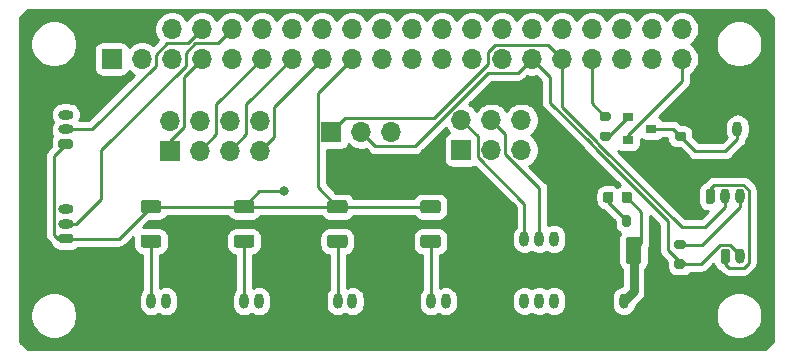
<source format=gtl>
%TF.GenerationSoftware,KiCad,Pcbnew,5.1.10-88a1d61d58~88~ubuntu20.04.1*%
%TF.CreationDate,2021-05-10T23:55:53-04:00*%
%TF.ProjectId,reminder-mainboard,72656d69-6e64-4657-922d-6d61696e626f,rev?*%
%TF.SameCoordinates,Original*%
%TF.FileFunction,Copper,L1,Top*%
%TF.FilePolarity,Positive*%
%FSLAX46Y46*%
G04 Gerber Fmt 4.6, Leading zero omitted, Abs format (unit mm)*
G04 Created by KiCad (PCBNEW 5.1.10-88a1d61d58~88~ubuntu20.04.1) date 2021-05-10 23:55:53*
%MOMM*%
%LPD*%
G01*
G04 APERTURE LIST*
%TA.AperFunction,SMDPad,CuDef*%
%ADD10R,0.900000X0.800000*%
%TD*%
%TA.AperFunction,ComponentPad*%
%ADD11O,0.800000X1.300000*%
%TD*%
%TA.AperFunction,ComponentPad*%
%ADD12O,1.700000X1.700000*%
%TD*%
%TA.AperFunction,ComponentPad*%
%ADD13R,1.700000X1.700000*%
%TD*%
%TA.AperFunction,ComponentPad*%
%ADD14O,1.300000X0.800000*%
%TD*%
%TA.AperFunction,ViaPad*%
%ADD15C,0.800000*%
%TD*%
%TA.AperFunction,Conductor*%
%ADD16C,0.750000*%
%TD*%
%TA.AperFunction,Conductor*%
%ADD17C,0.250000*%
%TD*%
%TA.AperFunction,Conductor*%
%ADD18C,0.254000*%
%TD*%
%TA.AperFunction,Conductor*%
%ADD19C,0.100000*%
%TD*%
G04 APERTURE END LIST*
D10*
X174085000Y-99690000D03*
X172085000Y-100640000D03*
X172085000Y-98740000D03*
%TA.AperFunction,SMDPad,CuDef*%
G36*
G01*
X171912500Y-110925001D02*
X171912500Y-109074999D01*
G75*
G02*
X172162499Y-108825000I249999J0D01*
G01*
X172987501Y-108825000D01*
G75*
G02*
X173237500Y-109074999I0J-249999D01*
G01*
X173237500Y-110925001D01*
G75*
G02*
X172987501Y-111175000I-249999J0D01*
G01*
X172162499Y-111175000D01*
G75*
G02*
X171912500Y-110925001I0J249999D01*
G01*
G37*
%TD.AperFunction*%
%TA.AperFunction,SMDPad,CuDef*%
G36*
G01*
X168837500Y-110925001D02*
X168837500Y-109074999D01*
G75*
G02*
X169087499Y-108825000I249999J0D01*
G01*
X169912501Y-108825000D01*
G75*
G02*
X170162500Y-109074999I0J-249999D01*
G01*
X170162500Y-110925001D01*
G75*
G02*
X169912501Y-111175000I-249999J0D01*
G01*
X169087499Y-111175000D01*
G75*
G02*
X168837500Y-110925001I0J249999D01*
G01*
G37*
%TD.AperFunction*%
D11*
X165840000Y-114280000D03*
X164590000Y-114280000D03*
X163340000Y-114280000D03*
%TA.AperFunction,ComponentPad*%
G36*
G01*
X161690000Y-114730000D02*
X161690000Y-113830000D01*
G75*
G02*
X161890000Y-113630000I200000J0D01*
G01*
X162290000Y-113630000D01*
G75*
G02*
X162490000Y-113830000I0J-200000D01*
G01*
X162490000Y-114730000D01*
G75*
G02*
X162290000Y-114930000I-200000J0D01*
G01*
X161890000Y-114930000D01*
G75*
G02*
X161690000Y-114730000I0J200000D01*
G01*
G37*
%TD.AperFunction*%
%TA.AperFunction,SMDPad,CuDef*%
G36*
G01*
X169950000Y-107775000D02*
X169950000Y-107225000D01*
G75*
G02*
X170150000Y-107025000I200000J0D01*
G01*
X170550000Y-107025000D01*
G75*
G02*
X170750000Y-107225000I0J-200000D01*
G01*
X170750000Y-107775000D01*
G75*
G02*
X170550000Y-107975000I-200000J0D01*
G01*
X170150000Y-107975000D01*
G75*
G02*
X169950000Y-107775000I0J200000D01*
G01*
G37*
%TD.AperFunction*%
%TA.AperFunction,SMDPad,CuDef*%
G36*
G01*
X171600000Y-107775000D02*
X171600000Y-107225000D01*
G75*
G02*
X171800000Y-107025000I200000J0D01*
G01*
X172200000Y-107025000D01*
G75*
G02*
X172400000Y-107225000I0J-200000D01*
G01*
X172400000Y-107775000D01*
G75*
G02*
X172200000Y-107975000I-200000J0D01*
G01*
X171800000Y-107975000D01*
G75*
G02*
X171600000Y-107775000I0J200000D01*
G01*
G37*
%TD.AperFunction*%
X171750000Y-114280000D03*
%TA.AperFunction,ComponentPad*%
G36*
G01*
X170100000Y-114730000D02*
X170100000Y-113830000D01*
G75*
G02*
X170300000Y-113630000I200000J0D01*
G01*
X170700000Y-113630000D01*
G75*
G02*
X170900000Y-113830000I0J-200000D01*
G01*
X170900000Y-114730000D01*
G75*
G02*
X170700000Y-114930000I-200000J0D01*
G01*
X170300000Y-114930000D01*
G75*
G02*
X170100000Y-114730000I0J200000D01*
G01*
G37*
%TD.AperFunction*%
%TA.AperFunction,SMDPad,CuDef*%
G36*
G01*
X172437500Y-105243750D02*
X172437500Y-105756250D01*
G75*
G02*
X172218750Y-105975000I-218750J0D01*
G01*
X171781250Y-105975000D01*
G75*
G02*
X171562500Y-105756250I0J218750D01*
G01*
X171562500Y-105243750D01*
G75*
G02*
X171781250Y-105025000I218750J0D01*
G01*
X172218750Y-105025000D01*
G75*
G02*
X172437500Y-105243750I0J-218750D01*
G01*
G37*
%TD.AperFunction*%
%TA.AperFunction,SMDPad,CuDef*%
G36*
G01*
X170862500Y-105243750D02*
X170862500Y-105756250D01*
G75*
G02*
X170643750Y-105975000I-218750J0D01*
G01*
X170206250Y-105975000D01*
G75*
G02*
X169987500Y-105756250I0J218750D01*
G01*
X169987500Y-105243750D01*
G75*
G02*
X170206250Y-105025000I218750J0D01*
G01*
X170643750Y-105025000D01*
G75*
G02*
X170862500Y-105243750I0J-218750D01*
G01*
G37*
%TD.AperFunction*%
D12*
X163080000Y-98960000D03*
X163080000Y-101500000D03*
X160540000Y-98960000D03*
X160540000Y-101500000D03*
X158000000Y-98960000D03*
D13*
X158000000Y-101500000D03*
D11*
X165840000Y-109030000D03*
X164590000Y-109030000D03*
X163340000Y-109030000D03*
%TA.AperFunction,ComponentPad*%
G36*
G01*
X161690000Y-109480000D02*
X161690000Y-108580000D01*
G75*
G02*
X161890000Y-108380000I200000J0D01*
G01*
X162290000Y-108380000D01*
G75*
G02*
X162490000Y-108580000I0J-200000D01*
G01*
X162490000Y-109480000D01*
G75*
G02*
X162290000Y-109680000I-200000J0D01*
G01*
X161890000Y-109680000D01*
G75*
G02*
X161690000Y-109480000I0J200000D01*
G01*
G37*
%TD.AperFunction*%
%TA.AperFunction,SMDPad,CuDef*%
G36*
G01*
X176255000Y-99930000D02*
X176805000Y-99930000D01*
G75*
G02*
X177005000Y-100130000I0J-200000D01*
G01*
X177005000Y-100530000D01*
G75*
G02*
X176805000Y-100730000I-200000J0D01*
G01*
X176255000Y-100730000D01*
G75*
G02*
X176055000Y-100530000I0J200000D01*
G01*
X176055000Y-100130000D01*
G75*
G02*
X176255000Y-99930000I200000J0D01*
G01*
G37*
%TD.AperFunction*%
%TA.AperFunction,SMDPad,CuDef*%
G36*
G01*
X176255000Y-98280000D02*
X176805000Y-98280000D01*
G75*
G02*
X177005000Y-98480000I0J-200000D01*
G01*
X177005000Y-98880000D01*
G75*
G02*
X176805000Y-99080000I-200000J0D01*
G01*
X176255000Y-99080000D01*
G75*
G02*
X176055000Y-98880000I0J200000D01*
G01*
X176055000Y-98480000D01*
G75*
G02*
X176255000Y-98280000I200000J0D01*
G01*
G37*
%TD.AperFunction*%
%TA.AperFunction,ComponentPad*%
G36*
G01*
X130085000Y-114750000D02*
X130085000Y-113850000D01*
G75*
G02*
X130285000Y-113650000I200000J0D01*
G01*
X130685000Y-113650000D01*
G75*
G02*
X130885000Y-113850000I0J-200000D01*
G01*
X130885000Y-114750000D01*
G75*
G02*
X130685000Y-114950000I-200000J0D01*
G01*
X130285000Y-114950000D01*
G75*
G02*
X130085000Y-114750000I0J200000D01*
G01*
G37*
%TD.AperFunction*%
X131735000Y-114300000D03*
X132985000Y-114300000D03*
D12*
X176660000Y-91250000D03*
X176660000Y-93790000D03*
X174120000Y-91250000D03*
X174120000Y-93790000D03*
X171580000Y-91250000D03*
X171580000Y-93790000D03*
X169040000Y-91250000D03*
X169040000Y-93790000D03*
X166500000Y-91250000D03*
X166500000Y-93790000D03*
X163960000Y-91250000D03*
X163960000Y-93790000D03*
X161420000Y-91250000D03*
X161420000Y-93790000D03*
X158880000Y-91250000D03*
X158880000Y-93790000D03*
X156340000Y-91250000D03*
X156340000Y-93790000D03*
X153800000Y-91250000D03*
X153800000Y-93790000D03*
X151260000Y-91250000D03*
X151260000Y-93790000D03*
X148720000Y-91250000D03*
X148720000Y-93790000D03*
X146180000Y-91250000D03*
X146180000Y-93790000D03*
X143640000Y-91250000D03*
X143640000Y-93790000D03*
X141100000Y-91250000D03*
X141100000Y-93790000D03*
X138560000Y-91250000D03*
X138560000Y-93790000D03*
X136020000Y-91250000D03*
X136020000Y-93790000D03*
X133480000Y-91250000D03*
X133480000Y-93790000D03*
X130940000Y-91250000D03*
X130940000Y-93790000D03*
X128400000Y-91250000D03*
D13*
X128400000Y-93790000D03*
D12*
X152080000Y-100000000D03*
X149540000Y-100000000D03*
D13*
X147000000Y-100000000D03*
%TA.AperFunction,SMDPad,CuDef*%
G36*
G01*
X176775000Y-109900000D02*
X176225000Y-109900000D01*
G75*
G02*
X176025000Y-109700000I0J200000D01*
G01*
X176025000Y-109300000D01*
G75*
G02*
X176225000Y-109100000I200000J0D01*
G01*
X176775000Y-109100000D01*
G75*
G02*
X176975000Y-109300000I0J-200000D01*
G01*
X176975000Y-109700000D01*
G75*
G02*
X176775000Y-109900000I-200000J0D01*
G01*
G37*
%TD.AperFunction*%
%TA.AperFunction,SMDPad,CuDef*%
G36*
G01*
X176775000Y-111550000D02*
X176225000Y-111550000D01*
G75*
G02*
X176025000Y-111350000I0J200000D01*
G01*
X176025000Y-110950000D01*
G75*
G02*
X176225000Y-110750000I200000J0D01*
G01*
X176775000Y-110750000D01*
G75*
G02*
X176975000Y-110950000I0J-200000D01*
G01*
X176975000Y-111350000D01*
G75*
G02*
X176775000Y-111550000I-200000J0D01*
G01*
G37*
%TD.AperFunction*%
%TA.AperFunction,SMDPad,CuDef*%
G36*
G01*
X169905000Y-99930000D02*
X170455000Y-99930000D01*
G75*
G02*
X170655000Y-100130000I0J-200000D01*
G01*
X170655000Y-100530000D01*
G75*
G02*
X170455000Y-100730000I-200000J0D01*
G01*
X169905000Y-100730000D01*
G75*
G02*
X169705000Y-100530000I0J200000D01*
G01*
X169705000Y-100130000D01*
G75*
G02*
X169905000Y-99930000I200000J0D01*
G01*
G37*
%TD.AperFunction*%
%TA.AperFunction,SMDPad,CuDef*%
G36*
G01*
X169905000Y-98280000D02*
X170455000Y-98280000D01*
G75*
G02*
X170655000Y-98480000I0J-200000D01*
G01*
X170655000Y-98880000D01*
G75*
G02*
X170455000Y-99080000I-200000J0D01*
G01*
X169905000Y-99080000D01*
G75*
G02*
X169705000Y-98880000I0J200000D01*
G01*
X169705000Y-98480000D01*
G75*
G02*
X169905000Y-98280000I200000J0D01*
G01*
G37*
%TD.AperFunction*%
%TA.AperFunction,SMDPad,CuDef*%
G36*
G01*
X154759999Y-108657500D02*
X156010001Y-108657500D01*
G75*
G02*
X156260000Y-108907499I0J-249999D01*
G01*
X156260000Y-109532501D01*
G75*
G02*
X156010001Y-109782500I-249999J0D01*
G01*
X154759999Y-109782500D01*
G75*
G02*
X154510000Y-109532501I0J249999D01*
G01*
X154510000Y-108907499D01*
G75*
G02*
X154759999Y-108657500I249999J0D01*
G01*
G37*
%TD.AperFunction*%
%TA.AperFunction,SMDPad,CuDef*%
G36*
G01*
X154759999Y-105732500D02*
X156010001Y-105732500D01*
G75*
G02*
X156260000Y-105982499I0J-249999D01*
G01*
X156260000Y-106607501D01*
G75*
G02*
X156010001Y-106857500I-249999J0D01*
G01*
X154759999Y-106857500D01*
G75*
G02*
X154510000Y-106607501I0J249999D01*
G01*
X154510000Y-105982499D01*
G75*
G02*
X154759999Y-105732500I249999J0D01*
G01*
G37*
%TD.AperFunction*%
%TA.AperFunction,SMDPad,CuDef*%
G36*
G01*
X138979999Y-108657500D02*
X140230001Y-108657500D01*
G75*
G02*
X140480000Y-108907499I0J-249999D01*
G01*
X140480000Y-109532501D01*
G75*
G02*
X140230001Y-109782500I-249999J0D01*
G01*
X138979999Y-109782500D01*
G75*
G02*
X138730000Y-109532501I0J249999D01*
G01*
X138730000Y-108907499D01*
G75*
G02*
X138979999Y-108657500I249999J0D01*
G01*
G37*
%TD.AperFunction*%
%TA.AperFunction,SMDPad,CuDef*%
G36*
G01*
X138979999Y-105732500D02*
X140230001Y-105732500D01*
G75*
G02*
X140480000Y-105982499I0J-249999D01*
G01*
X140480000Y-106607501D01*
G75*
G02*
X140230001Y-106857500I-249999J0D01*
G01*
X138979999Y-106857500D01*
G75*
G02*
X138730000Y-106607501I0J249999D01*
G01*
X138730000Y-105982499D01*
G75*
G02*
X138979999Y-105732500I249999J0D01*
G01*
G37*
%TD.AperFunction*%
%TA.AperFunction,SMDPad,CuDef*%
G36*
G01*
X146869999Y-108657500D02*
X148120001Y-108657500D01*
G75*
G02*
X148370000Y-108907499I0J-249999D01*
G01*
X148370000Y-109532501D01*
G75*
G02*
X148120001Y-109782500I-249999J0D01*
G01*
X146869999Y-109782500D01*
G75*
G02*
X146620000Y-109532501I0J249999D01*
G01*
X146620000Y-108907499D01*
G75*
G02*
X146869999Y-108657500I249999J0D01*
G01*
G37*
%TD.AperFunction*%
%TA.AperFunction,SMDPad,CuDef*%
G36*
G01*
X146869999Y-105732500D02*
X148120001Y-105732500D01*
G75*
G02*
X148370000Y-105982499I0J-249999D01*
G01*
X148370000Y-106607501D01*
G75*
G02*
X148120001Y-106857500I-249999J0D01*
G01*
X146869999Y-106857500D01*
G75*
G02*
X146620000Y-106607501I0J249999D01*
G01*
X146620000Y-105982499D01*
G75*
G02*
X146869999Y-105732500I249999J0D01*
G01*
G37*
%TD.AperFunction*%
%TA.AperFunction,SMDPad,CuDef*%
G36*
G01*
X131089999Y-108657500D02*
X132340001Y-108657500D01*
G75*
G02*
X132590000Y-108907499I0J-249999D01*
G01*
X132590000Y-109532501D01*
G75*
G02*
X132340001Y-109782500I-249999J0D01*
G01*
X131089999Y-109782500D01*
G75*
G02*
X130840000Y-109532501I0J249999D01*
G01*
X130840000Y-108907499D01*
G75*
G02*
X131089999Y-108657500I249999J0D01*
G01*
G37*
%TD.AperFunction*%
%TA.AperFunction,SMDPad,CuDef*%
G36*
G01*
X131089999Y-105732500D02*
X132340001Y-105732500D01*
G75*
G02*
X132590000Y-105982499I0J-249999D01*
G01*
X132590000Y-106607501D01*
G75*
G02*
X132340001Y-106857500I-249999J0D01*
G01*
X131089999Y-106857500D01*
G75*
G02*
X130840000Y-106607501I0J249999D01*
G01*
X130840000Y-105982499D01*
G75*
G02*
X131089999Y-105732500I249999J0D01*
G01*
G37*
%TD.AperFunction*%
D14*
X124500000Y-98500000D03*
X124500000Y-99750000D03*
%TA.AperFunction,ComponentPad*%
G36*
G01*
X124950000Y-101400000D02*
X124050000Y-101400000D01*
G75*
G02*
X123850000Y-101200000I0J200000D01*
G01*
X123850000Y-100800000D01*
G75*
G02*
X124050000Y-100600000I200000J0D01*
G01*
X124950000Y-100600000D01*
G75*
G02*
X125150000Y-100800000I0J-200000D01*
G01*
X125150000Y-101200000D01*
G75*
G02*
X124950000Y-101400000I-200000J0D01*
G01*
G37*
%TD.AperFunction*%
D12*
X140970000Y-99000000D03*
X140970000Y-101540000D03*
X138430000Y-99000000D03*
X138430000Y-101540000D03*
X135890000Y-99000000D03*
X135890000Y-101540000D03*
X133350000Y-99000000D03*
D13*
X133350000Y-101540000D03*
D11*
X156655000Y-114300000D03*
X155405000Y-114300000D03*
%TA.AperFunction,ComponentPad*%
G36*
G01*
X153755000Y-114750000D02*
X153755000Y-113850000D01*
G75*
G02*
X153955000Y-113650000I200000J0D01*
G01*
X154355000Y-113650000D01*
G75*
G02*
X154555000Y-113850000I0J-200000D01*
G01*
X154555000Y-114750000D01*
G75*
G02*
X154355000Y-114950000I-200000J0D01*
G01*
X153955000Y-114950000D01*
G75*
G02*
X153755000Y-114750000I0J200000D01*
G01*
G37*
%TD.AperFunction*%
X140855000Y-114300000D03*
X139605000Y-114300000D03*
%TA.AperFunction,ComponentPad*%
G36*
G01*
X137955000Y-114750000D02*
X137955000Y-113850000D01*
G75*
G02*
X138155000Y-113650000I200000J0D01*
G01*
X138555000Y-113650000D01*
G75*
G02*
X138755000Y-113850000I0J-200000D01*
G01*
X138755000Y-114750000D01*
G75*
G02*
X138555000Y-114950000I-200000J0D01*
G01*
X138155000Y-114950000D01*
G75*
G02*
X137955000Y-114750000I0J200000D01*
G01*
G37*
%TD.AperFunction*%
D14*
X124500000Y-106500000D03*
X124500000Y-107750000D03*
%TA.AperFunction,ComponentPad*%
G36*
G01*
X124950000Y-109400000D02*
X124050000Y-109400000D01*
G75*
G02*
X123850000Y-109200000I0J200000D01*
G01*
X123850000Y-108800000D01*
G75*
G02*
X124050000Y-108600000I200000J0D01*
G01*
X124950000Y-108600000D01*
G75*
G02*
X125150000Y-108800000I0J-200000D01*
G01*
X125150000Y-109200000D01*
G75*
G02*
X124950000Y-109400000I-200000J0D01*
G01*
G37*
%TD.AperFunction*%
D11*
X148765000Y-114300000D03*
X147515000Y-114300000D03*
%TA.AperFunction,ComponentPad*%
G36*
G01*
X145865000Y-114750000D02*
X145865000Y-113850000D01*
G75*
G02*
X146065000Y-113650000I200000J0D01*
G01*
X146465000Y-113650000D01*
G75*
G02*
X146665000Y-113850000I0J-200000D01*
G01*
X146665000Y-114750000D01*
G75*
G02*
X146465000Y-114950000I-200000J0D01*
G01*
X146065000Y-114950000D01*
G75*
G02*
X145865000Y-114750000I0J200000D01*
G01*
G37*
%TD.AperFunction*%
X181365000Y-99690000D03*
%TA.AperFunction,ComponentPad*%
G36*
G01*
X179715000Y-100140000D02*
X179715000Y-99240000D01*
G75*
G02*
X179915000Y-99040000I200000J0D01*
G01*
X180315000Y-99040000D01*
G75*
G02*
X180515000Y-99240000I0J-200000D01*
G01*
X180515000Y-100140000D01*
G75*
G02*
X180315000Y-100340000I-200000J0D01*
G01*
X179915000Y-100340000D01*
G75*
G02*
X179715000Y-100140000I0J200000D01*
G01*
G37*
%TD.AperFunction*%
X181570000Y-105410000D03*
X180320000Y-105410000D03*
%TA.AperFunction,ComponentPad*%
G36*
G01*
X178670000Y-105860000D02*
X178670000Y-104960000D01*
G75*
G02*
X178870000Y-104760000I200000J0D01*
G01*
X179270000Y-104760000D01*
G75*
G02*
X179470000Y-104960000I0J-200000D01*
G01*
X179470000Y-105860000D01*
G75*
G02*
X179270000Y-106060000I-200000J0D01*
G01*
X178870000Y-106060000D01*
G75*
G02*
X178670000Y-105860000I0J200000D01*
G01*
G37*
%TD.AperFunction*%
X181590000Y-110490000D03*
%TA.AperFunction,ComponentPad*%
G36*
G01*
X179940000Y-110940000D02*
X179940000Y-110040000D01*
G75*
G02*
X180140000Y-109840000I200000J0D01*
G01*
X180540000Y-109840000D01*
G75*
G02*
X180740000Y-110040000I0J-200000D01*
G01*
X180740000Y-110940000D01*
G75*
G02*
X180540000Y-111140000I-200000J0D01*
G01*
X180140000Y-111140000D01*
G75*
G02*
X179940000Y-110940000I0J200000D01*
G01*
G37*
%TD.AperFunction*%
D15*
X143000000Y-105000000D03*
D16*
X169500000Y-113280000D02*
X170500000Y-114280000D01*
X169500000Y-110000000D02*
X169500000Y-113280000D01*
D17*
X181570000Y-105435318D02*
X181570000Y-105410000D01*
X181570000Y-106310000D02*
X181570000Y-105410000D01*
X178380000Y-109500000D02*
X181570000Y-106310000D01*
X176500000Y-109500000D02*
X178380000Y-109500000D01*
X173237500Y-109337500D02*
X172575000Y-110000000D01*
X173237500Y-106737500D02*
X173237500Y-109337500D01*
X172000000Y-105500000D02*
X173237500Y-106737500D01*
D16*
X172575000Y-113455000D02*
X171750000Y-114280000D01*
X172575000Y-110000000D02*
X172575000Y-113455000D01*
D17*
X176660000Y-95679998D02*
X176660000Y-93790000D01*
X172085000Y-100254998D02*
X176660000Y-95679998D01*
X172085000Y-100640000D02*
X172085000Y-100254998D01*
X123524990Y-101975010D02*
X124500000Y-101000000D01*
X123524990Y-108674990D02*
X123524990Y-101975010D01*
X123850000Y-109000000D02*
X123524990Y-108674990D01*
X124500000Y-109000000D02*
X123850000Y-109000000D01*
X145824999Y-104624999D02*
X147495000Y-106295000D01*
X145824999Y-96685001D02*
X145824999Y-104624999D01*
X148720000Y-93790000D02*
X145824999Y-96685001D01*
X147495000Y-106295000D02*
X155385000Y-106295000D01*
X139605000Y-106295000D02*
X147495000Y-106295000D01*
X131715000Y-106295000D02*
X139605000Y-106295000D01*
X129010000Y-109000000D02*
X124500000Y-109000000D01*
X131715000Y-106295000D02*
X129010000Y-109000000D01*
X181890308Y-111465010D02*
X182315010Y-111040308D01*
X181870308Y-104434990D02*
X179395010Y-104434990D01*
X179070000Y-104760000D02*
X179070000Y-105410000D01*
X182315010Y-104879692D02*
X181870308Y-104434990D01*
X180665010Y-111465010D02*
X181890308Y-111465010D01*
X179395010Y-104434990D02*
X179070000Y-104760000D01*
X182315010Y-111040308D02*
X182315010Y-104879692D01*
X180340000Y-110490000D02*
X180340000Y-111140000D01*
X180340000Y-111140000D02*
X180665010Y-111465010D01*
X140900000Y-105000000D02*
X139605000Y-106295000D01*
X143000000Y-105000000D02*
X140900000Y-105000000D01*
X165324999Y-92614999D02*
X166500000Y-93790000D01*
X160244999Y-93225999D02*
X160855999Y-92614999D01*
X160244999Y-94255001D02*
X160244999Y-93225999D01*
X155675001Y-98824999D02*
X160244999Y-94255001D01*
X148175001Y-98824999D02*
X155675001Y-98824999D01*
X160855999Y-92614999D02*
X165324999Y-92614999D01*
X147000000Y-100000000D02*
X148175001Y-98824999D01*
X166500000Y-97863590D02*
X166500000Y-93790000D01*
X169687532Y-101055010D02*
X169379990Y-100747468D01*
X169691421Y-101055010D02*
X169687532Y-101055010D01*
X176636411Y-108000000D02*
X169691421Y-101055010D01*
X169379990Y-100747468D02*
X169379990Y-100743580D01*
X178630000Y-108000000D02*
X176636411Y-108000000D01*
X169379990Y-100743580D02*
X166500000Y-97863590D01*
X180320000Y-106310000D02*
X178630000Y-108000000D01*
X180320000Y-105410000D02*
X180320000Y-106310000D01*
X162784999Y-94965001D02*
X163960000Y-93790000D01*
X160255997Y-94965001D02*
X162784999Y-94965001D01*
X154045997Y-101175001D02*
X160255997Y-94965001D01*
X150715001Y-101175001D02*
X154045997Y-101175001D01*
X149540000Y-100000000D02*
X150715001Y-101175001D01*
X181590000Y-110347522D02*
X181590000Y-110490000D01*
X179922532Y-109514990D02*
X180757468Y-109514990D01*
X180757468Y-109514990D02*
X181590000Y-110347522D01*
X178287522Y-111150000D02*
X179922532Y-109514990D01*
X176500000Y-111150000D02*
X178287522Y-111150000D01*
X165500000Y-97500000D02*
X165500000Y-95330000D01*
X165500000Y-95330000D02*
X163960000Y-93790000D01*
X168929979Y-100929979D02*
X165500000Y-97500000D01*
X169501132Y-101505021D02*
X168929979Y-100933868D01*
X169505021Y-101505021D02*
X169501132Y-101505021D01*
X175500000Y-107500000D02*
X169505021Y-101505021D01*
X168929979Y-100933868D02*
X168929979Y-100929979D01*
X176500000Y-111000000D02*
X175500000Y-110000000D01*
X175500000Y-110000000D02*
X175500000Y-107500000D01*
X176500000Y-111150000D02*
X176500000Y-111000000D01*
X169040000Y-97540000D02*
X170180000Y-98680000D01*
X169040000Y-93790000D02*
X169040000Y-97540000D01*
X175890000Y-99690000D02*
X176530000Y-100330000D01*
X174085000Y-99690000D02*
X175890000Y-99690000D01*
X181365000Y-100590000D02*
X181365000Y-99690000D01*
X180355000Y-101600000D02*
X181365000Y-100590000D01*
X177800000Y-101600000D02*
X180355000Y-101600000D01*
X176530000Y-100330000D02*
X177800000Y-101600000D01*
X139605000Y-114300000D02*
X139605000Y-109220000D01*
X137254999Y-97635001D02*
X141100000Y-93790000D01*
X137254999Y-100175001D02*
X137254999Y-97635001D01*
X135890000Y-101540000D02*
X137254999Y-100175001D01*
X155405000Y-109240000D02*
X155385000Y-109220000D01*
X155405000Y-114300000D02*
X155405000Y-109240000D01*
X142145001Y-97824999D02*
X146180000Y-93790000D01*
X142145001Y-100364999D02*
X142145001Y-97824999D01*
X140970000Y-101540000D02*
X142145001Y-100364999D01*
X160565410Y-98960000D02*
X160540000Y-98960000D01*
X161715001Y-100135001D02*
X160540000Y-98960000D01*
X161715001Y-101874003D02*
X161715001Y-100135001D01*
X164590000Y-104749002D02*
X161715001Y-101874003D01*
X164590000Y-109030000D02*
X164590000Y-104749002D01*
X159364999Y-100324999D02*
X158000000Y-98960000D01*
X159364999Y-102064001D02*
X159364999Y-100324999D01*
X163340000Y-106039002D02*
X159364999Y-102064001D01*
X163340000Y-109030000D02*
X163340000Y-106039002D01*
X125400000Y-107750000D02*
X127500000Y-105650000D01*
X124500000Y-107750000D02*
X125400000Y-107750000D01*
X137384999Y-92425001D02*
X138560000Y-91250000D01*
X135481409Y-92425001D02*
X137384999Y-92425001D01*
X134655001Y-93251409D02*
X135481409Y-92425001D01*
X134655001Y-94354001D02*
X134655001Y-93251409D01*
X127500000Y-101509002D02*
X134655001Y-94354001D01*
X127500000Y-105650000D02*
X127500000Y-101509002D01*
X147515000Y-109240000D02*
X147495000Y-109220000D01*
X147515000Y-114300000D02*
X147515000Y-109240000D01*
X139794999Y-97635001D02*
X143640000Y-93790000D01*
X139794999Y-100175001D02*
X139794999Y-97635001D01*
X138430000Y-101540000D02*
X139794999Y-100175001D01*
X133105997Y-92425001D02*
X134844999Y-92425001D01*
X132115001Y-93415997D02*
X133105997Y-92425001D01*
X132115001Y-94354001D02*
X132115001Y-93415997D01*
X126719002Y-99750000D02*
X132115001Y-94354001D01*
X134844999Y-92425001D02*
X136020000Y-91250000D01*
X124500000Y-99750000D02*
X126719002Y-99750000D01*
X131735000Y-109240000D02*
X131715000Y-109220000D01*
X131735000Y-114300000D02*
X131735000Y-109240000D01*
X134525001Y-99564001D02*
X134525001Y-95284999D01*
X133350000Y-100739002D02*
X134525001Y-99564001D01*
X134525001Y-95284999D02*
X136020000Y-93790000D01*
X133350000Y-101540000D02*
X133350000Y-100739002D01*
X170425000Y-105925000D02*
X172000000Y-107500000D01*
X170425000Y-105500000D02*
X170425000Y-105925000D01*
X170495000Y-100330000D02*
X172085000Y-98740000D01*
X170180000Y-100330000D02*
X170495000Y-100330000D01*
D18*
X184340001Y-90273382D02*
X184340000Y-117726619D01*
X183726620Y-118340000D01*
X121273381Y-118340000D01*
X120660000Y-117726620D01*
X120660000Y-115304495D01*
X121515000Y-115304495D01*
X121515000Y-115695505D01*
X121591282Y-116079003D01*
X121740915Y-116440250D01*
X121958149Y-116765364D01*
X122234636Y-117041851D01*
X122559750Y-117259085D01*
X122920997Y-117408718D01*
X123304495Y-117485000D01*
X123695505Y-117485000D01*
X124079003Y-117408718D01*
X124440250Y-117259085D01*
X124765364Y-117041851D01*
X125041851Y-116765364D01*
X125259085Y-116440250D01*
X125408718Y-116079003D01*
X125485000Y-115695505D01*
X125485000Y-115304495D01*
X125408718Y-114920997D01*
X125259085Y-114559750D01*
X125041851Y-114234636D01*
X124765364Y-113958149D01*
X124440250Y-113740915D01*
X124079003Y-113591282D01*
X123695505Y-113515000D01*
X123304495Y-113515000D01*
X122920997Y-113591282D01*
X122559750Y-113740915D01*
X122234636Y-113958149D01*
X121958149Y-114234636D01*
X121740915Y-114559750D01*
X121591282Y-114920997D01*
X121515000Y-115304495D01*
X120660000Y-115304495D01*
X120660000Y-101975010D01*
X122761314Y-101975010D01*
X122764991Y-102012342D01*
X122764990Y-108637667D01*
X122761314Y-108674990D01*
X122764990Y-108712312D01*
X122764990Y-108712322D01*
X122775987Y-108823975D01*
X122813534Y-108947753D01*
X122819444Y-108967236D01*
X122890016Y-109099266D01*
X122920574Y-109136500D01*
X122984989Y-109214991D01*
X123013993Y-109238794D01*
X123266929Y-109491730D01*
X123275722Y-109520716D01*
X123353169Y-109665608D01*
X123457394Y-109792606D01*
X123584392Y-109896831D01*
X123729284Y-109974278D01*
X123886500Y-110021969D01*
X124050000Y-110038072D01*
X124950000Y-110038072D01*
X125113500Y-110021969D01*
X125270716Y-109974278D01*
X125415608Y-109896831D01*
X125542606Y-109792606D01*
X125569365Y-109760000D01*
X128972678Y-109760000D01*
X129010000Y-109763676D01*
X129047322Y-109760000D01*
X129047333Y-109760000D01*
X129158986Y-109749003D01*
X129302247Y-109705546D01*
X129434276Y-109634974D01*
X129550001Y-109540001D01*
X129573804Y-109510997D01*
X130204618Y-108880183D01*
X130201928Y-108907499D01*
X130201928Y-109532501D01*
X130218992Y-109705755D01*
X130269528Y-109872351D01*
X130351595Y-110025887D01*
X130462038Y-110160462D01*
X130596613Y-110270905D01*
X130750149Y-110352972D01*
X130916745Y-110403508D01*
X130975001Y-110409246D01*
X130975000Y-113344584D01*
X130870266Y-113472203D01*
X130774159Y-113652008D01*
X130714976Y-113847106D01*
X130700000Y-113999163D01*
X130700000Y-114600838D01*
X130714976Y-114752895D01*
X130774159Y-114947993D01*
X130870267Y-115127797D01*
X130999605Y-115285396D01*
X131157204Y-115414734D01*
X131337008Y-115510841D01*
X131532106Y-115570024D01*
X131735000Y-115590007D01*
X131937895Y-115570024D01*
X132132993Y-115510841D01*
X132312797Y-115414734D01*
X132360001Y-115375995D01*
X132407204Y-115414734D01*
X132587008Y-115510841D01*
X132782106Y-115570024D01*
X132985000Y-115590007D01*
X133187895Y-115570024D01*
X133382993Y-115510841D01*
X133562797Y-115414734D01*
X133720396Y-115285396D01*
X133849734Y-115127797D01*
X133945841Y-114947992D01*
X134005024Y-114752894D01*
X134020000Y-114600837D01*
X134020000Y-113999162D01*
X134005024Y-113847105D01*
X133945841Y-113652007D01*
X133849734Y-113472203D01*
X133720396Y-113314604D01*
X133562797Y-113185266D01*
X133382992Y-113089159D01*
X133187894Y-113029976D01*
X132985000Y-113009993D01*
X132782105Y-113029976D01*
X132587007Y-113089159D01*
X132495000Y-113138338D01*
X132495000Y-110405306D01*
X132513255Y-110403508D01*
X132679851Y-110352972D01*
X132833387Y-110270905D01*
X132967962Y-110160462D01*
X133078405Y-110025887D01*
X133160472Y-109872351D01*
X133211008Y-109705755D01*
X133228072Y-109532501D01*
X133228072Y-108907499D01*
X138091928Y-108907499D01*
X138091928Y-109532501D01*
X138108992Y-109705755D01*
X138159528Y-109872351D01*
X138241595Y-110025887D01*
X138352038Y-110160462D01*
X138486613Y-110270905D01*
X138640149Y-110352972D01*
X138806745Y-110403508D01*
X138845001Y-110407276D01*
X138845000Y-113344584D01*
X138740266Y-113472203D01*
X138644159Y-113652008D01*
X138584976Y-113847106D01*
X138570000Y-113999163D01*
X138570000Y-114600838D01*
X138584976Y-114752895D01*
X138644159Y-114947993D01*
X138740267Y-115127797D01*
X138869605Y-115285396D01*
X139027204Y-115414734D01*
X139207008Y-115510841D01*
X139402106Y-115570024D01*
X139605000Y-115590007D01*
X139807895Y-115570024D01*
X140002993Y-115510841D01*
X140182797Y-115414734D01*
X140230001Y-115375995D01*
X140277204Y-115414734D01*
X140457008Y-115510841D01*
X140652106Y-115570024D01*
X140855000Y-115590007D01*
X141057895Y-115570024D01*
X141252993Y-115510841D01*
X141432797Y-115414734D01*
X141590396Y-115285396D01*
X141719734Y-115127797D01*
X141815841Y-114947992D01*
X141875024Y-114752894D01*
X141890000Y-114600837D01*
X141890000Y-113999162D01*
X141875024Y-113847105D01*
X141815841Y-113652007D01*
X141719734Y-113472203D01*
X141590396Y-113314604D01*
X141432797Y-113185266D01*
X141252992Y-113089159D01*
X141057894Y-113029976D01*
X140855000Y-113009993D01*
X140652105Y-113029976D01*
X140457007Y-113089159D01*
X140365000Y-113138338D01*
X140365000Y-110407276D01*
X140403255Y-110403508D01*
X140569851Y-110352972D01*
X140723387Y-110270905D01*
X140857962Y-110160462D01*
X140968405Y-110025887D01*
X141050472Y-109872351D01*
X141101008Y-109705755D01*
X141118072Y-109532501D01*
X141118072Y-108907499D01*
X145981928Y-108907499D01*
X145981928Y-109532501D01*
X145998992Y-109705755D01*
X146049528Y-109872351D01*
X146131595Y-110025887D01*
X146242038Y-110160462D01*
X146376613Y-110270905D01*
X146530149Y-110352972D01*
X146696745Y-110403508D01*
X146755001Y-110409246D01*
X146755000Y-113344584D01*
X146650266Y-113472203D01*
X146554159Y-113652008D01*
X146494976Y-113847106D01*
X146480000Y-113999163D01*
X146480000Y-114600838D01*
X146494976Y-114752895D01*
X146554159Y-114947993D01*
X146650267Y-115127797D01*
X146779605Y-115285396D01*
X146937204Y-115414734D01*
X147117008Y-115510841D01*
X147312106Y-115570024D01*
X147515000Y-115590007D01*
X147717895Y-115570024D01*
X147912993Y-115510841D01*
X148092797Y-115414734D01*
X148140001Y-115375995D01*
X148187204Y-115414734D01*
X148367008Y-115510841D01*
X148562106Y-115570024D01*
X148765000Y-115590007D01*
X148967895Y-115570024D01*
X149162993Y-115510841D01*
X149342797Y-115414734D01*
X149500396Y-115285396D01*
X149629734Y-115127797D01*
X149725841Y-114947992D01*
X149785024Y-114752894D01*
X149800000Y-114600837D01*
X149800000Y-113999162D01*
X149785024Y-113847105D01*
X149725841Y-113652007D01*
X149629734Y-113472203D01*
X149500396Y-113314604D01*
X149342797Y-113185266D01*
X149162992Y-113089159D01*
X148967894Y-113029976D01*
X148765000Y-113009993D01*
X148562105Y-113029976D01*
X148367007Y-113089159D01*
X148275000Y-113138338D01*
X148275000Y-110405306D01*
X148293255Y-110403508D01*
X148459851Y-110352972D01*
X148613387Y-110270905D01*
X148747962Y-110160462D01*
X148858405Y-110025887D01*
X148940472Y-109872351D01*
X148991008Y-109705755D01*
X149008072Y-109532501D01*
X149008072Y-108907499D01*
X153871928Y-108907499D01*
X153871928Y-109532501D01*
X153888992Y-109705755D01*
X153939528Y-109872351D01*
X154021595Y-110025887D01*
X154132038Y-110160462D01*
X154266613Y-110270905D01*
X154420149Y-110352972D01*
X154586745Y-110403508D01*
X154645001Y-110409246D01*
X154645000Y-113344584D01*
X154540266Y-113472203D01*
X154444159Y-113652008D01*
X154384976Y-113847106D01*
X154370000Y-113999163D01*
X154370000Y-114600838D01*
X154384976Y-114752895D01*
X154444159Y-114947993D01*
X154540267Y-115127797D01*
X154669605Y-115285396D01*
X154827204Y-115414734D01*
X155007008Y-115510841D01*
X155202106Y-115570024D01*
X155405000Y-115590007D01*
X155607895Y-115570024D01*
X155802993Y-115510841D01*
X155982797Y-115414734D01*
X156030001Y-115375995D01*
X156077204Y-115414734D01*
X156257008Y-115510841D01*
X156452106Y-115570024D01*
X156655000Y-115590007D01*
X156857895Y-115570024D01*
X157052993Y-115510841D01*
X157232797Y-115414734D01*
X157390396Y-115285396D01*
X157519734Y-115127797D01*
X157615841Y-114947992D01*
X157675024Y-114752894D01*
X157690000Y-114600837D01*
X157690000Y-113999162D01*
X157688031Y-113979163D01*
X162305000Y-113979163D01*
X162305000Y-114580838D01*
X162319976Y-114732895D01*
X162379159Y-114927993D01*
X162475267Y-115107797D01*
X162604605Y-115265396D01*
X162762204Y-115394734D01*
X162942008Y-115490841D01*
X163137106Y-115550024D01*
X163340000Y-115570007D01*
X163542895Y-115550024D01*
X163737993Y-115490841D01*
X163917797Y-115394734D01*
X163965001Y-115355995D01*
X164012204Y-115394734D01*
X164192008Y-115490841D01*
X164387106Y-115550024D01*
X164590000Y-115570007D01*
X164792895Y-115550024D01*
X164987993Y-115490841D01*
X165167797Y-115394734D01*
X165215001Y-115355995D01*
X165262204Y-115394734D01*
X165442008Y-115490841D01*
X165637106Y-115550024D01*
X165840000Y-115570007D01*
X166042895Y-115550024D01*
X166237993Y-115490841D01*
X166417797Y-115394734D01*
X166575396Y-115265396D01*
X166704734Y-115107797D01*
X166800841Y-114927992D01*
X166860024Y-114732894D01*
X166875000Y-114580837D01*
X166875000Y-113979162D01*
X166860024Y-113827105D01*
X166800841Y-113632007D01*
X166704734Y-113452203D01*
X166575396Y-113294604D01*
X166417797Y-113165266D01*
X166237992Y-113069159D01*
X166042894Y-113009976D01*
X165840000Y-112989993D01*
X165637105Y-113009976D01*
X165442007Y-113069159D01*
X165262203Y-113165266D01*
X165215000Y-113204004D01*
X165167797Y-113165266D01*
X164987992Y-113069159D01*
X164792894Y-113009976D01*
X164590000Y-112989993D01*
X164387105Y-113009976D01*
X164192007Y-113069159D01*
X164012203Y-113165266D01*
X163965000Y-113204004D01*
X163917797Y-113165266D01*
X163737992Y-113069159D01*
X163542894Y-113009976D01*
X163340000Y-112989993D01*
X163137105Y-113009976D01*
X162942007Y-113069159D01*
X162762203Y-113165266D01*
X162604604Y-113294604D01*
X162475266Y-113452203D01*
X162379159Y-113632008D01*
X162319976Y-113827106D01*
X162305000Y-113979163D01*
X157688031Y-113979163D01*
X157675024Y-113847105D01*
X157615841Y-113652007D01*
X157519734Y-113472203D01*
X157390396Y-113314604D01*
X157232797Y-113185266D01*
X157052992Y-113089159D01*
X156857894Y-113029976D01*
X156655000Y-113009993D01*
X156452105Y-113029976D01*
X156257007Y-113089159D01*
X156165000Y-113138338D01*
X156165000Y-110405306D01*
X156183255Y-110403508D01*
X156349851Y-110352972D01*
X156503387Y-110270905D01*
X156637962Y-110160462D01*
X156748405Y-110025887D01*
X156830472Y-109872351D01*
X156881008Y-109705755D01*
X156898072Y-109532501D01*
X156898072Y-108907499D01*
X156881008Y-108734245D01*
X156830472Y-108567649D01*
X156748405Y-108414113D01*
X156637962Y-108279538D01*
X156503387Y-108169095D01*
X156349851Y-108087028D01*
X156183255Y-108036492D01*
X156010001Y-108019428D01*
X154759999Y-108019428D01*
X154586745Y-108036492D01*
X154420149Y-108087028D01*
X154266613Y-108169095D01*
X154132038Y-108279538D01*
X154021595Y-108414113D01*
X153939528Y-108567649D01*
X153888992Y-108734245D01*
X153871928Y-108907499D01*
X149008072Y-108907499D01*
X148991008Y-108734245D01*
X148940472Y-108567649D01*
X148858405Y-108414113D01*
X148747962Y-108279538D01*
X148613387Y-108169095D01*
X148459851Y-108087028D01*
X148293255Y-108036492D01*
X148120001Y-108019428D01*
X146869999Y-108019428D01*
X146696745Y-108036492D01*
X146530149Y-108087028D01*
X146376613Y-108169095D01*
X146242038Y-108279538D01*
X146131595Y-108414113D01*
X146049528Y-108567649D01*
X145998992Y-108734245D01*
X145981928Y-108907499D01*
X141118072Y-108907499D01*
X141101008Y-108734245D01*
X141050472Y-108567649D01*
X140968405Y-108414113D01*
X140857962Y-108279538D01*
X140723387Y-108169095D01*
X140569851Y-108087028D01*
X140403255Y-108036492D01*
X140230001Y-108019428D01*
X138979999Y-108019428D01*
X138806745Y-108036492D01*
X138640149Y-108087028D01*
X138486613Y-108169095D01*
X138352038Y-108279538D01*
X138241595Y-108414113D01*
X138159528Y-108567649D01*
X138108992Y-108734245D01*
X138091928Y-108907499D01*
X133228072Y-108907499D01*
X133211008Y-108734245D01*
X133160472Y-108567649D01*
X133078405Y-108414113D01*
X132967962Y-108279538D01*
X132833387Y-108169095D01*
X132679851Y-108087028D01*
X132513255Y-108036492D01*
X132340001Y-108019428D01*
X131089999Y-108019428D01*
X131062683Y-108022118D01*
X131589230Y-107495572D01*
X132340001Y-107495572D01*
X132513255Y-107478508D01*
X132679851Y-107427972D01*
X132833387Y-107345905D01*
X132967962Y-107235462D01*
X133078405Y-107100887D01*
X133102932Y-107055000D01*
X138217068Y-107055000D01*
X138241595Y-107100887D01*
X138352038Y-107235462D01*
X138486613Y-107345905D01*
X138640149Y-107427972D01*
X138806745Y-107478508D01*
X138979999Y-107495572D01*
X140230001Y-107495572D01*
X140403255Y-107478508D01*
X140569851Y-107427972D01*
X140723387Y-107345905D01*
X140857962Y-107235462D01*
X140968405Y-107100887D01*
X140992932Y-107055000D01*
X146107068Y-107055000D01*
X146131595Y-107100887D01*
X146242038Y-107235462D01*
X146376613Y-107345905D01*
X146530149Y-107427972D01*
X146696745Y-107478508D01*
X146869999Y-107495572D01*
X148120001Y-107495572D01*
X148293255Y-107478508D01*
X148459851Y-107427972D01*
X148613387Y-107345905D01*
X148747962Y-107235462D01*
X148858405Y-107100887D01*
X148882932Y-107055000D01*
X153997068Y-107055000D01*
X154021595Y-107100887D01*
X154132038Y-107235462D01*
X154266613Y-107345905D01*
X154420149Y-107427972D01*
X154586745Y-107478508D01*
X154759999Y-107495572D01*
X156010001Y-107495572D01*
X156183255Y-107478508D01*
X156349851Y-107427972D01*
X156503387Y-107345905D01*
X156637962Y-107235462D01*
X156748405Y-107100887D01*
X156830472Y-106947351D01*
X156881008Y-106780755D01*
X156898072Y-106607501D01*
X156898072Y-105982499D01*
X156881008Y-105809245D01*
X156830472Y-105642649D01*
X156748405Y-105489113D01*
X156637962Y-105354538D01*
X156503387Y-105244095D01*
X156349851Y-105162028D01*
X156183255Y-105111492D01*
X156010001Y-105094428D01*
X154759999Y-105094428D01*
X154586745Y-105111492D01*
X154420149Y-105162028D01*
X154266613Y-105244095D01*
X154132038Y-105354538D01*
X154021595Y-105489113D01*
X153997068Y-105535000D01*
X148882932Y-105535000D01*
X148858405Y-105489113D01*
X148747962Y-105354538D01*
X148613387Y-105244095D01*
X148459851Y-105162028D01*
X148293255Y-105111492D01*
X148120001Y-105094428D01*
X147369230Y-105094428D01*
X146584999Y-104310198D01*
X146584999Y-101488072D01*
X147850000Y-101488072D01*
X147974482Y-101475812D01*
X148094180Y-101439502D01*
X148204494Y-101380537D01*
X148301185Y-101301185D01*
X148380537Y-101204494D01*
X148439502Y-101094180D01*
X148461513Y-101021620D01*
X148593368Y-101153475D01*
X148836589Y-101315990D01*
X149106842Y-101427932D01*
X149393740Y-101485000D01*
X149686260Y-101485000D01*
X149906408Y-101441210D01*
X150151202Y-101686004D01*
X150175000Y-101715002D01*
X150290725Y-101809975D01*
X150422754Y-101880547D01*
X150566015Y-101924004D01*
X150677668Y-101935001D01*
X150677677Y-101935001D01*
X150715000Y-101938677D01*
X150752323Y-101935001D01*
X154008675Y-101935001D01*
X154045997Y-101938677D01*
X154083319Y-101935001D01*
X154083330Y-101935001D01*
X154194983Y-101924004D01*
X154338244Y-101880547D01*
X154470273Y-101809975D01*
X154585998Y-101715002D01*
X154609801Y-101685998D01*
X156668890Y-99626909D01*
X156684010Y-99663411D01*
X156846525Y-99906632D01*
X156978380Y-100038487D01*
X156905820Y-100060498D01*
X156795506Y-100119463D01*
X156698815Y-100198815D01*
X156619463Y-100295506D01*
X156560498Y-100405820D01*
X156524188Y-100525518D01*
X156511928Y-100650000D01*
X156511928Y-102350000D01*
X156524188Y-102474482D01*
X156560498Y-102594180D01*
X156619463Y-102704494D01*
X156698815Y-102801185D01*
X156795506Y-102880537D01*
X156905820Y-102939502D01*
X157025518Y-102975812D01*
X157150000Y-102988072D01*
X158850000Y-102988072D01*
X158974482Y-102975812D01*
X159094180Y-102939502D01*
X159140787Y-102914590D01*
X162580001Y-106353805D01*
X162580000Y-108074584D01*
X162475266Y-108202203D01*
X162379159Y-108382008D01*
X162319976Y-108577106D01*
X162305000Y-108729163D01*
X162305000Y-109330838D01*
X162319976Y-109482895D01*
X162379159Y-109677993D01*
X162475267Y-109857797D01*
X162604605Y-110015396D01*
X162762204Y-110144734D01*
X162942008Y-110240841D01*
X163137106Y-110300024D01*
X163340000Y-110320007D01*
X163542895Y-110300024D01*
X163737993Y-110240841D01*
X163917797Y-110144734D01*
X163965001Y-110105995D01*
X164012204Y-110144734D01*
X164192008Y-110240841D01*
X164387106Y-110300024D01*
X164590000Y-110320007D01*
X164792895Y-110300024D01*
X164987993Y-110240841D01*
X165167797Y-110144734D01*
X165215001Y-110105995D01*
X165262204Y-110144734D01*
X165442008Y-110240841D01*
X165637106Y-110300024D01*
X165840000Y-110320007D01*
X166042895Y-110300024D01*
X166237993Y-110240841D01*
X166417797Y-110144734D01*
X166575396Y-110015396D01*
X166704734Y-109857797D01*
X166800841Y-109677992D01*
X166860024Y-109482894D01*
X166875000Y-109330837D01*
X166875000Y-108729162D01*
X166860024Y-108577105D01*
X166800841Y-108382007D01*
X166704734Y-108202203D01*
X166575396Y-108044604D01*
X166417797Y-107915266D01*
X166237992Y-107819159D01*
X166042894Y-107759976D01*
X165840000Y-107739993D01*
X165637105Y-107759976D01*
X165442007Y-107819159D01*
X165350000Y-107868338D01*
X165350000Y-104786335D01*
X165353677Y-104749002D01*
X165339003Y-104600016D01*
X165295546Y-104456755D01*
X165224974Y-104324726D01*
X165193196Y-104286004D01*
X165130001Y-104209001D01*
X165101003Y-104185203D01*
X163746909Y-102831110D01*
X163783411Y-102815990D01*
X164026632Y-102653475D01*
X164233475Y-102446632D01*
X164395990Y-102203411D01*
X164507932Y-101933158D01*
X164565000Y-101646260D01*
X164565000Y-101353740D01*
X164507932Y-101066842D01*
X164395990Y-100796589D01*
X164233475Y-100553368D01*
X164026632Y-100346525D01*
X163852240Y-100230000D01*
X164026632Y-100113475D01*
X164233475Y-99906632D01*
X164395990Y-99663411D01*
X164507932Y-99393158D01*
X164565000Y-99106260D01*
X164565000Y-98813740D01*
X164507932Y-98526842D01*
X164395990Y-98256589D01*
X164233475Y-98013368D01*
X164026632Y-97806525D01*
X163783411Y-97644010D01*
X163513158Y-97532068D01*
X163226260Y-97475000D01*
X162933740Y-97475000D01*
X162646842Y-97532068D01*
X162376589Y-97644010D01*
X162133368Y-97806525D01*
X161926525Y-98013368D01*
X161810000Y-98187760D01*
X161693475Y-98013368D01*
X161486632Y-97806525D01*
X161243411Y-97644010D01*
X160973158Y-97532068D01*
X160686260Y-97475000D01*
X160393740Y-97475000D01*
X160106842Y-97532068D01*
X159836589Y-97644010D01*
X159593368Y-97806525D01*
X159386525Y-98013368D01*
X159270000Y-98187760D01*
X159153475Y-98013368D01*
X158946632Y-97806525D01*
X158703411Y-97644010D01*
X158666909Y-97628891D01*
X160570799Y-95725001D01*
X162747677Y-95725001D01*
X162784999Y-95728677D01*
X162822321Y-95725001D01*
X162822332Y-95725001D01*
X162933985Y-95714004D01*
X163077246Y-95670547D01*
X163209275Y-95599975D01*
X163325000Y-95505002D01*
X163348803Y-95475998D01*
X163593592Y-95231209D01*
X163813740Y-95275000D01*
X164106260Y-95275000D01*
X164326408Y-95231210D01*
X164740001Y-95644803D01*
X164740000Y-97462677D01*
X164736324Y-97500000D01*
X164740000Y-97537322D01*
X164740000Y-97537332D01*
X164750997Y-97648985D01*
X164781790Y-97750498D01*
X164794454Y-97792246D01*
X164865026Y-97924276D01*
X164897854Y-97964276D01*
X164959999Y-98040001D01*
X164989003Y-98063804D01*
X168348383Y-101423185D01*
X168389978Y-101473869D01*
X168418981Y-101497671D01*
X168937332Y-102016023D01*
X168961131Y-102045022D01*
X169011822Y-102086623D01*
X171403825Y-104478626D01*
X171305225Y-104531329D01*
X171212500Y-104607426D01*
X171119775Y-104531329D01*
X170971642Y-104452150D01*
X170810908Y-104403392D01*
X170643750Y-104386928D01*
X170206250Y-104386928D01*
X170039092Y-104403392D01*
X169878358Y-104452150D01*
X169730225Y-104531329D01*
X169600385Y-104637885D01*
X169493829Y-104767725D01*
X169414650Y-104915858D01*
X169365892Y-105076592D01*
X169349428Y-105243750D01*
X169349428Y-105756250D01*
X169365892Y-105923408D01*
X169414650Y-106084142D01*
X169493829Y-106232275D01*
X169600385Y-106362115D01*
X169730225Y-106468671D01*
X169878358Y-106547850D01*
X170014280Y-106589082D01*
X170961928Y-107536730D01*
X170961928Y-107775000D01*
X170978031Y-107938500D01*
X171025722Y-108095716D01*
X171103169Y-108240608D01*
X171207394Y-108367606D01*
X171334392Y-108471831D01*
X171459368Y-108538633D01*
X171424095Y-108581613D01*
X171342028Y-108735149D01*
X171291492Y-108901745D01*
X171274428Y-109074999D01*
X171274428Y-110925001D01*
X171291492Y-111098255D01*
X171342028Y-111264851D01*
X171424095Y-111418387D01*
X171534538Y-111552962D01*
X171565000Y-111577962D01*
X171565001Y-113008213D01*
X171547105Y-113009976D01*
X171352007Y-113069159D01*
X171172203Y-113165266D01*
X171014604Y-113294604D01*
X170885266Y-113452203D01*
X170789159Y-113632008D01*
X170729976Y-113827106D01*
X170715000Y-113979163D01*
X170715000Y-114580838D01*
X170729976Y-114732895D01*
X170789159Y-114927993D01*
X170885267Y-115107797D01*
X171014605Y-115265396D01*
X171172204Y-115394734D01*
X171352008Y-115490841D01*
X171547106Y-115550024D01*
X171750000Y-115570007D01*
X171952895Y-115550024D01*
X172147993Y-115490841D01*
X172327797Y-115394734D01*
X172437753Y-115304495D01*
X179515000Y-115304495D01*
X179515000Y-115695505D01*
X179591282Y-116079003D01*
X179740915Y-116440250D01*
X179958149Y-116765364D01*
X180234636Y-117041851D01*
X180559750Y-117259085D01*
X180920997Y-117408718D01*
X181304495Y-117485000D01*
X181695505Y-117485000D01*
X182079003Y-117408718D01*
X182440250Y-117259085D01*
X182765364Y-117041851D01*
X183041851Y-116765364D01*
X183259085Y-116440250D01*
X183408718Y-116079003D01*
X183485000Y-115695505D01*
X183485000Y-115304495D01*
X183408718Y-114920997D01*
X183259085Y-114559750D01*
X183041851Y-114234636D01*
X182765364Y-113958149D01*
X182440250Y-113740915D01*
X182079003Y-113591282D01*
X181695505Y-113515000D01*
X181304495Y-113515000D01*
X180920997Y-113591282D01*
X180559750Y-113740915D01*
X180234636Y-113958149D01*
X179958149Y-114234636D01*
X179740915Y-114559750D01*
X179591282Y-114920997D01*
X179515000Y-115304495D01*
X172437753Y-115304495D01*
X172485396Y-115265396D01*
X172614734Y-115107797D01*
X172710841Y-114927992D01*
X172770024Y-114732894D01*
X172774892Y-114683463D01*
X173254094Y-114204261D01*
X173292633Y-114172633D01*
X173418847Y-114018840D01*
X173512632Y-113843380D01*
X173570385Y-113652994D01*
X173585000Y-113504608D01*
X173585000Y-113504606D01*
X173589886Y-113455001D01*
X173585000Y-113405396D01*
X173585000Y-111577962D01*
X173615462Y-111552962D01*
X173725905Y-111418387D01*
X173807972Y-111264851D01*
X173858508Y-111098255D01*
X173875572Y-110925001D01*
X173875572Y-109755979D01*
X173879301Y-109749003D01*
X173943046Y-109629747D01*
X173986503Y-109486486D01*
X173997500Y-109374833D01*
X173997500Y-109374824D01*
X174001176Y-109337501D01*
X173997500Y-109300178D01*
X173997500Y-107072302D01*
X174740001Y-107814803D01*
X174740000Y-109962677D01*
X174736324Y-110000000D01*
X174740000Y-110037322D01*
X174740000Y-110037332D01*
X174750997Y-110148985D01*
X174789220Y-110274990D01*
X174794454Y-110292246D01*
X174865026Y-110424276D01*
X174904871Y-110472826D01*
X174959999Y-110540001D01*
X174989002Y-110563804D01*
X175386928Y-110961729D01*
X175386928Y-111350000D01*
X175403031Y-111513500D01*
X175450722Y-111670716D01*
X175528169Y-111815608D01*
X175632394Y-111942606D01*
X175759392Y-112046831D01*
X175904284Y-112124278D01*
X176061500Y-112171969D01*
X176225000Y-112188072D01*
X176775000Y-112188072D01*
X176938500Y-112171969D01*
X177095716Y-112124278D01*
X177240608Y-112046831D01*
X177367606Y-111942606D01*
X177394365Y-111910000D01*
X178250200Y-111910000D01*
X178287522Y-111913676D01*
X178324844Y-111910000D01*
X178324855Y-111910000D01*
X178436508Y-111899003D01*
X178579769Y-111855546D01*
X178711798Y-111784974D01*
X178827523Y-111690001D01*
X178851326Y-111660997D01*
X179339162Y-111173161D01*
X179365722Y-111260716D01*
X179443169Y-111405608D01*
X179547394Y-111532606D01*
X179674392Y-111636831D01*
X179819284Y-111714278D01*
X179848270Y-111723071D01*
X180101206Y-111976007D01*
X180125009Y-112005011D01*
X180240734Y-112099984D01*
X180372763Y-112170556D01*
X180516024Y-112214013D01*
X180665010Y-112228687D01*
X180702343Y-112225010D01*
X181852986Y-112225010D01*
X181890308Y-112228686D01*
X181927630Y-112225010D01*
X181927641Y-112225010D01*
X182039294Y-112214013D01*
X182182555Y-112170556D01*
X182314584Y-112099984D01*
X182430309Y-112005011D01*
X182454112Y-111976007D01*
X182826008Y-111604111D01*
X182855011Y-111580309D01*
X182949984Y-111464584D01*
X183020556Y-111332555D01*
X183064013Y-111189294D01*
X183075010Y-111077641D01*
X183075010Y-111077632D01*
X183078686Y-111040309D01*
X183075010Y-111002986D01*
X183075010Y-104917025D01*
X183078687Y-104879692D01*
X183064013Y-104730706D01*
X183020556Y-104587445D01*
X182949984Y-104455416D01*
X182947304Y-104452150D01*
X182855011Y-104339691D01*
X182826007Y-104315888D01*
X182434112Y-103923993D01*
X182410309Y-103894989D01*
X182294584Y-103800016D01*
X182162555Y-103729444D01*
X182019294Y-103685987D01*
X181907641Y-103674990D01*
X181907630Y-103674990D01*
X181870308Y-103671314D01*
X181832986Y-103674990D01*
X179432343Y-103674990D01*
X179395010Y-103671313D01*
X179357677Y-103674990D01*
X179246024Y-103685987D01*
X179102763Y-103729444D01*
X178970734Y-103800016D01*
X178855009Y-103894989D01*
X178831206Y-103923993D01*
X178578270Y-104176929D01*
X178549284Y-104185722D01*
X178404392Y-104263169D01*
X178277394Y-104367394D01*
X178173169Y-104494392D01*
X178095722Y-104639284D01*
X178048031Y-104796500D01*
X178031928Y-104960000D01*
X178031928Y-105860000D01*
X178048031Y-106023500D01*
X178095722Y-106180716D01*
X178173169Y-106325608D01*
X178277394Y-106452606D01*
X178404392Y-106556831D01*
X178549284Y-106634278D01*
X178706500Y-106681969D01*
X178858281Y-106696918D01*
X178315199Y-107240000D01*
X176951213Y-107240000D01*
X171283177Y-101571965D01*
X171390820Y-101629502D01*
X171510518Y-101665812D01*
X171635000Y-101678072D01*
X172535000Y-101678072D01*
X172659482Y-101665812D01*
X172779180Y-101629502D01*
X172889494Y-101570537D01*
X172986185Y-101491185D01*
X173065537Y-101394494D01*
X173124502Y-101284180D01*
X173160812Y-101164482D01*
X173173072Y-101040000D01*
X173173072Y-100528095D01*
X173183815Y-100541185D01*
X173280506Y-100620537D01*
X173390820Y-100679502D01*
X173510518Y-100715812D01*
X173635000Y-100728072D01*
X174535000Y-100728072D01*
X174659482Y-100715812D01*
X174779180Y-100679502D01*
X174889494Y-100620537D01*
X174986185Y-100541185D01*
X175061018Y-100450000D01*
X175416928Y-100450000D01*
X175416928Y-100530000D01*
X175433031Y-100693500D01*
X175480722Y-100850716D01*
X175558169Y-100995608D01*
X175662394Y-101122606D01*
X175789392Y-101226831D01*
X175934284Y-101304278D01*
X176091500Y-101351969D01*
X176255000Y-101368072D01*
X176493271Y-101368072D01*
X177236201Y-102111003D01*
X177259999Y-102140001D01*
X177375724Y-102234974D01*
X177507753Y-102305546D01*
X177651014Y-102349003D01*
X177762667Y-102360000D01*
X177762676Y-102360000D01*
X177799999Y-102363676D01*
X177837322Y-102360000D01*
X180317678Y-102360000D01*
X180355000Y-102363676D01*
X180392322Y-102360000D01*
X180392333Y-102360000D01*
X180503986Y-102349003D01*
X180647247Y-102305546D01*
X180779276Y-102234974D01*
X180895001Y-102140001D01*
X180918804Y-102110998D01*
X181876004Y-101153798D01*
X181905001Y-101130001D01*
X181999974Y-101014276D01*
X182070546Y-100882247D01*
X182114003Y-100738986D01*
X182122976Y-100647882D01*
X182229734Y-100517797D01*
X182325841Y-100337992D01*
X182385024Y-100142894D01*
X182400000Y-99990837D01*
X182400000Y-99389162D01*
X182385024Y-99237105D01*
X182325841Y-99042007D01*
X182229734Y-98862203D01*
X182100396Y-98704604D01*
X181942797Y-98575266D01*
X181762992Y-98479159D01*
X181567894Y-98419976D01*
X181365000Y-98399993D01*
X181162105Y-98419976D01*
X180967007Y-98479159D01*
X180787203Y-98575266D01*
X180629604Y-98704604D01*
X180500266Y-98862203D01*
X180404159Y-99042008D01*
X180344976Y-99237106D01*
X180330000Y-99389163D01*
X180330000Y-99990838D01*
X180344976Y-100142895D01*
X180404159Y-100337993D01*
X180452244Y-100427954D01*
X180040199Y-100840000D01*
X178114802Y-100840000D01*
X177643072Y-100368271D01*
X177643072Y-100130000D01*
X177626969Y-99966500D01*
X177579278Y-99809284D01*
X177501831Y-99664392D01*
X177397606Y-99537394D01*
X177270608Y-99433169D01*
X177125716Y-99355722D01*
X176968500Y-99308031D01*
X176805000Y-99291928D01*
X176566729Y-99291928D01*
X176453803Y-99179002D01*
X176430001Y-99149999D01*
X176314276Y-99055026D01*
X176182247Y-98984454D01*
X176038986Y-98940997D01*
X175927333Y-98930000D01*
X175927322Y-98930000D01*
X175890000Y-98926324D01*
X175852678Y-98930000D01*
X175061018Y-98930000D01*
X174986185Y-98838815D01*
X174889494Y-98759463D01*
X174779180Y-98700498D01*
X174729402Y-98685398D01*
X177171004Y-96243796D01*
X177200001Y-96219999D01*
X177261551Y-96145000D01*
X177294974Y-96104275D01*
X177365546Y-95972245D01*
X177389342Y-95893799D01*
X177409003Y-95828984D01*
X177420000Y-95717331D01*
X177420000Y-95717322D01*
X177423676Y-95679999D01*
X177420000Y-95642676D01*
X177420000Y-95068178D01*
X177606632Y-94943475D01*
X177813475Y-94736632D01*
X177975990Y-94493411D01*
X178087932Y-94223158D01*
X178145000Y-93936260D01*
X178145000Y-93643740D01*
X178087932Y-93356842D01*
X177975990Y-93086589D01*
X177813475Y-92843368D01*
X177606632Y-92636525D01*
X177432240Y-92520000D01*
X177606632Y-92403475D01*
X177705612Y-92304495D01*
X179515000Y-92304495D01*
X179515000Y-92695505D01*
X179591282Y-93079003D01*
X179740915Y-93440250D01*
X179958149Y-93765364D01*
X180234636Y-94041851D01*
X180559750Y-94259085D01*
X180920997Y-94408718D01*
X181304495Y-94485000D01*
X181695505Y-94485000D01*
X182079003Y-94408718D01*
X182440250Y-94259085D01*
X182765364Y-94041851D01*
X183041851Y-93765364D01*
X183259085Y-93440250D01*
X183408718Y-93079003D01*
X183485000Y-92695505D01*
X183485000Y-92304495D01*
X183408718Y-91920997D01*
X183259085Y-91559750D01*
X183041851Y-91234636D01*
X182765364Y-90958149D01*
X182440250Y-90740915D01*
X182079003Y-90591282D01*
X181695505Y-90515000D01*
X181304495Y-90515000D01*
X180920997Y-90591282D01*
X180559750Y-90740915D01*
X180234636Y-90958149D01*
X179958149Y-91234636D01*
X179740915Y-91559750D01*
X179591282Y-91920997D01*
X179515000Y-92304495D01*
X177705612Y-92304495D01*
X177813475Y-92196632D01*
X177975990Y-91953411D01*
X178087932Y-91683158D01*
X178145000Y-91396260D01*
X178145000Y-91103740D01*
X178087932Y-90816842D01*
X177975990Y-90546589D01*
X177813475Y-90303368D01*
X177606632Y-90096525D01*
X177363411Y-89934010D01*
X177093158Y-89822068D01*
X176806260Y-89765000D01*
X176513740Y-89765000D01*
X176226842Y-89822068D01*
X175956589Y-89934010D01*
X175713368Y-90096525D01*
X175506525Y-90303368D01*
X175390000Y-90477760D01*
X175273475Y-90303368D01*
X175066632Y-90096525D01*
X174823411Y-89934010D01*
X174553158Y-89822068D01*
X174266260Y-89765000D01*
X173973740Y-89765000D01*
X173686842Y-89822068D01*
X173416589Y-89934010D01*
X173173368Y-90096525D01*
X172966525Y-90303368D01*
X172850000Y-90477760D01*
X172733475Y-90303368D01*
X172526632Y-90096525D01*
X172283411Y-89934010D01*
X172013158Y-89822068D01*
X171726260Y-89765000D01*
X171433740Y-89765000D01*
X171146842Y-89822068D01*
X170876589Y-89934010D01*
X170633368Y-90096525D01*
X170426525Y-90303368D01*
X170310000Y-90477760D01*
X170193475Y-90303368D01*
X169986632Y-90096525D01*
X169743411Y-89934010D01*
X169473158Y-89822068D01*
X169186260Y-89765000D01*
X168893740Y-89765000D01*
X168606842Y-89822068D01*
X168336589Y-89934010D01*
X168093368Y-90096525D01*
X167886525Y-90303368D01*
X167770000Y-90477760D01*
X167653475Y-90303368D01*
X167446632Y-90096525D01*
X167203411Y-89934010D01*
X166933158Y-89822068D01*
X166646260Y-89765000D01*
X166353740Y-89765000D01*
X166066842Y-89822068D01*
X165796589Y-89934010D01*
X165553368Y-90096525D01*
X165346525Y-90303368D01*
X165230000Y-90477760D01*
X165113475Y-90303368D01*
X164906632Y-90096525D01*
X164663411Y-89934010D01*
X164393158Y-89822068D01*
X164106260Y-89765000D01*
X163813740Y-89765000D01*
X163526842Y-89822068D01*
X163256589Y-89934010D01*
X163013368Y-90096525D01*
X162806525Y-90303368D01*
X162690000Y-90477760D01*
X162573475Y-90303368D01*
X162366632Y-90096525D01*
X162123411Y-89934010D01*
X161853158Y-89822068D01*
X161566260Y-89765000D01*
X161273740Y-89765000D01*
X160986842Y-89822068D01*
X160716589Y-89934010D01*
X160473368Y-90096525D01*
X160266525Y-90303368D01*
X160150000Y-90477760D01*
X160033475Y-90303368D01*
X159826632Y-90096525D01*
X159583411Y-89934010D01*
X159313158Y-89822068D01*
X159026260Y-89765000D01*
X158733740Y-89765000D01*
X158446842Y-89822068D01*
X158176589Y-89934010D01*
X157933368Y-90096525D01*
X157726525Y-90303368D01*
X157610000Y-90477760D01*
X157493475Y-90303368D01*
X157286632Y-90096525D01*
X157043411Y-89934010D01*
X156773158Y-89822068D01*
X156486260Y-89765000D01*
X156193740Y-89765000D01*
X155906842Y-89822068D01*
X155636589Y-89934010D01*
X155393368Y-90096525D01*
X155186525Y-90303368D01*
X155070000Y-90477760D01*
X154953475Y-90303368D01*
X154746632Y-90096525D01*
X154503411Y-89934010D01*
X154233158Y-89822068D01*
X153946260Y-89765000D01*
X153653740Y-89765000D01*
X153366842Y-89822068D01*
X153096589Y-89934010D01*
X152853368Y-90096525D01*
X152646525Y-90303368D01*
X152530000Y-90477760D01*
X152413475Y-90303368D01*
X152206632Y-90096525D01*
X151963411Y-89934010D01*
X151693158Y-89822068D01*
X151406260Y-89765000D01*
X151113740Y-89765000D01*
X150826842Y-89822068D01*
X150556589Y-89934010D01*
X150313368Y-90096525D01*
X150106525Y-90303368D01*
X149990000Y-90477760D01*
X149873475Y-90303368D01*
X149666632Y-90096525D01*
X149423411Y-89934010D01*
X149153158Y-89822068D01*
X148866260Y-89765000D01*
X148573740Y-89765000D01*
X148286842Y-89822068D01*
X148016589Y-89934010D01*
X147773368Y-90096525D01*
X147566525Y-90303368D01*
X147450000Y-90477760D01*
X147333475Y-90303368D01*
X147126632Y-90096525D01*
X146883411Y-89934010D01*
X146613158Y-89822068D01*
X146326260Y-89765000D01*
X146033740Y-89765000D01*
X145746842Y-89822068D01*
X145476589Y-89934010D01*
X145233368Y-90096525D01*
X145026525Y-90303368D01*
X144910000Y-90477760D01*
X144793475Y-90303368D01*
X144586632Y-90096525D01*
X144343411Y-89934010D01*
X144073158Y-89822068D01*
X143786260Y-89765000D01*
X143493740Y-89765000D01*
X143206842Y-89822068D01*
X142936589Y-89934010D01*
X142693368Y-90096525D01*
X142486525Y-90303368D01*
X142370000Y-90477760D01*
X142253475Y-90303368D01*
X142046632Y-90096525D01*
X141803411Y-89934010D01*
X141533158Y-89822068D01*
X141246260Y-89765000D01*
X140953740Y-89765000D01*
X140666842Y-89822068D01*
X140396589Y-89934010D01*
X140153368Y-90096525D01*
X139946525Y-90303368D01*
X139830000Y-90477760D01*
X139713475Y-90303368D01*
X139506632Y-90096525D01*
X139263411Y-89934010D01*
X138993158Y-89822068D01*
X138706260Y-89765000D01*
X138413740Y-89765000D01*
X138126842Y-89822068D01*
X137856589Y-89934010D01*
X137613368Y-90096525D01*
X137406525Y-90303368D01*
X137290000Y-90477760D01*
X137173475Y-90303368D01*
X136966632Y-90096525D01*
X136723411Y-89934010D01*
X136453158Y-89822068D01*
X136166260Y-89765000D01*
X135873740Y-89765000D01*
X135586842Y-89822068D01*
X135316589Y-89934010D01*
X135073368Y-90096525D01*
X134866525Y-90303368D01*
X134750000Y-90477760D01*
X134633475Y-90303368D01*
X134426632Y-90096525D01*
X134183411Y-89934010D01*
X133913158Y-89822068D01*
X133626260Y-89765000D01*
X133333740Y-89765000D01*
X133046842Y-89822068D01*
X132776589Y-89934010D01*
X132533368Y-90096525D01*
X132326525Y-90303368D01*
X132164010Y-90546589D01*
X132052068Y-90816842D01*
X131995000Y-91103740D01*
X131995000Y-91396260D01*
X132052068Y-91683158D01*
X132164010Y-91953411D01*
X132299704Y-92156492D01*
X131846492Y-92609704D01*
X131643411Y-92474010D01*
X131373158Y-92362068D01*
X131086260Y-92305000D01*
X130793740Y-92305000D01*
X130506842Y-92362068D01*
X130236589Y-92474010D01*
X129993368Y-92636525D01*
X129861513Y-92768380D01*
X129839502Y-92695820D01*
X129780537Y-92585506D01*
X129701185Y-92488815D01*
X129604494Y-92409463D01*
X129494180Y-92350498D01*
X129374482Y-92314188D01*
X129250000Y-92301928D01*
X127550000Y-92301928D01*
X127425518Y-92314188D01*
X127305820Y-92350498D01*
X127195506Y-92409463D01*
X127098815Y-92488815D01*
X127019463Y-92585506D01*
X126960498Y-92695820D01*
X126924188Y-92815518D01*
X126911928Y-92940000D01*
X126911928Y-94640000D01*
X126924188Y-94764482D01*
X126960498Y-94884180D01*
X127019463Y-94994494D01*
X127098815Y-95091185D01*
X127195506Y-95170537D01*
X127305820Y-95229502D01*
X127425518Y-95265812D01*
X127550000Y-95278072D01*
X129250000Y-95278072D01*
X129374482Y-95265812D01*
X129494180Y-95229502D01*
X129604494Y-95170537D01*
X129701185Y-95091185D01*
X129780537Y-94994494D01*
X129839502Y-94884180D01*
X129861513Y-94811620D01*
X129993368Y-94943475D01*
X130236589Y-95105990D01*
X130273091Y-95121109D01*
X126404201Y-98990000D01*
X125661662Y-98990000D01*
X125710841Y-98897993D01*
X125770024Y-98702895D01*
X125790007Y-98500000D01*
X125770024Y-98297105D01*
X125710841Y-98102007D01*
X125614734Y-97922203D01*
X125485396Y-97764604D01*
X125327797Y-97635266D01*
X125147993Y-97539159D01*
X124952895Y-97479976D01*
X124800838Y-97465000D01*
X124199162Y-97465000D01*
X124047105Y-97479976D01*
X123852007Y-97539159D01*
X123672203Y-97635266D01*
X123514604Y-97764604D01*
X123385266Y-97922203D01*
X123289159Y-98102007D01*
X123229976Y-98297105D01*
X123209993Y-98500000D01*
X123229976Y-98702895D01*
X123289159Y-98897993D01*
X123385266Y-99077797D01*
X123424004Y-99125000D01*
X123385266Y-99172203D01*
X123289159Y-99352007D01*
X123229976Y-99547105D01*
X123209993Y-99750000D01*
X123229976Y-99952895D01*
X123289159Y-100147993D01*
X123374741Y-100308106D01*
X123353169Y-100334392D01*
X123275722Y-100479284D01*
X123228031Y-100636500D01*
X123211928Y-100800000D01*
X123211928Y-101200000D01*
X123213118Y-101212081D01*
X123013988Y-101411211D01*
X122984990Y-101435009D01*
X122961192Y-101464007D01*
X122961191Y-101464008D01*
X122890016Y-101550734D01*
X122819444Y-101682764D01*
X122799357Y-101748985D01*
X122775988Y-101826024D01*
X122765816Y-101929297D01*
X122761314Y-101975010D01*
X120660000Y-101975010D01*
X120660000Y-92304495D01*
X121515000Y-92304495D01*
X121515000Y-92695505D01*
X121591282Y-93079003D01*
X121740915Y-93440250D01*
X121958149Y-93765364D01*
X122234636Y-94041851D01*
X122559750Y-94259085D01*
X122920997Y-94408718D01*
X123304495Y-94485000D01*
X123695505Y-94485000D01*
X124079003Y-94408718D01*
X124440250Y-94259085D01*
X124765364Y-94041851D01*
X125041851Y-93765364D01*
X125259085Y-93440250D01*
X125408718Y-93079003D01*
X125485000Y-92695505D01*
X125485000Y-92304495D01*
X125408718Y-91920997D01*
X125259085Y-91559750D01*
X125041851Y-91234636D01*
X124765364Y-90958149D01*
X124440250Y-90740915D01*
X124079003Y-90591282D01*
X123695505Y-90515000D01*
X123304495Y-90515000D01*
X122920997Y-90591282D01*
X122559750Y-90740915D01*
X122234636Y-90958149D01*
X121958149Y-91234636D01*
X121740915Y-91559750D01*
X121591282Y-91920997D01*
X121515000Y-92304495D01*
X120660000Y-92304495D01*
X120660000Y-90273380D01*
X121273381Y-89660000D01*
X183726620Y-89660000D01*
X184340001Y-90273382D01*
%TA.AperFunction,Conductor*%
D19*
G36*
X184340001Y-90273382D02*
G01*
X184340000Y-117726619D01*
X183726620Y-118340000D01*
X121273381Y-118340000D01*
X120660000Y-117726620D01*
X120660000Y-115304495D01*
X121515000Y-115304495D01*
X121515000Y-115695505D01*
X121591282Y-116079003D01*
X121740915Y-116440250D01*
X121958149Y-116765364D01*
X122234636Y-117041851D01*
X122559750Y-117259085D01*
X122920997Y-117408718D01*
X123304495Y-117485000D01*
X123695505Y-117485000D01*
X124079003Y-117408718D01*
X124440250Y-117259085D01*
X124765364Y-117041851D01*
X125041851Y-116765364D01*
X125259085Y-116440250D01*
X125408718Y-116079003D01*
X125485000Y-115695505D01*
X125485000Y-115304495D01*
X125408718Y-114920997D01*
X125259085Y-114559750D01*
X125041851Y-114234636D01*
X124765364Y-113958149D01*
X124440250Y-113740915D01*
X124079003Y-113591282D01*
X123695505Y-113515000D01*
X123304495Y-113515000D01*
X122920997Y-113591282D01*
X122559750Y-113740915D01*
X122234636Y-113958149D01*
X121958149Y-114234636D01*
X121740915Y-114559750D01*
X121591282Y-114920997D01*
X121515000Y-115304495D01*
X120660000Y-115304495D01*
X120660000Y-101975010D01*
X122761314Y-101975010D01*
X122764991Y-102012342D01*
X122764990Y-108637667D01*
X122761314Y-108674990D01*
X122764990Y-108712312D01*
X122764990Y-108712322D01*
X122775987Y-108823975D01*
X122813534Y-108947753D01*
X122819444Y-108967236D01*
X122890016Y-109099266D01*
X122920574Y-109136500D01*
X122984989Y-109214991D01*
X123013993Y-109238794D01*
X123266929Y-109491730D01*
X123275722Y-109520716D01*
X123353169Y-109665608D01*
X123457394Y-109792606D01*
X123584392Y-109896831D01*
X123729284Y-109974278D01*
X123886500Y-110021969D01*
X124050000Y-110038072D01*
X124950000Y-110038072D01*
X125113500Y-110021969D01*
X125270716Y-109974278D01*
X125415608Y-109896831D01*
X125542606Y-109792606D01*
X125569365Y-109760000D01*
X128972678Y-109760000D01*
X129010000Y-109763676D01*
X129047322Y-109760000D01*
X129047333Y-109760000D01*
X129158986Y-109749003D01*
X129302247Y-109705546D01*
X129434276Y-109634974D01*
X129550001Y-109540001D01*
X129573804Y-109510997D01*
X130204618Y-108880183D01*
X130201928Y-108907499D01*
X130201928Y-109532501D01*
X130218992Y-109705755D01*
X130269528Y-109872351D01*
X130351595Y-110025887D01*
X130462038Y-110160462D01*
X130596613Y-110270905D01*
X130750149Y-110352972D01*
X130916745Y-110403508D01*
X130975001Y-110409246D01*
X130975000Y-113344584D01*
X130870266Y-113472203D01*
X130774159Y-113652008D01*
X130714976Y-113847106D01*
X130700000Y-113999163D01*
X130700000Y-114600838D01*
X130714976Y-114752895D01*
X130774159Y-114947993D01*
X130870267Y-115127797D01*
X130999605Y-115285396D01*
X131157204Y-115414734D01*
X131337008Y-115510841D01*
X131532106Y-115570024D01*
X131735000Y-115590007D01*
X131937895Y-115570024D01*
X132132993Y-115510841D01*
X132312797Y-115414734D01*
X132360001Y-115375995D01*
X132407204Y-115414734D01*
X132587008Y-115510841D01*
X132782106Y-115570024D01*
X132985000Y-115590007D01*
X133187895Y-115570024D01*
X133382993Y-115510841D01*
X133562797Y-115414734D01*
X133720396Y-115285396D01*
X133849734Y-115127797D01*
X133945841Y-114947992D01*
X134005024Y-114752894D01*
X134020000Y-114600837D01*
X134020000Y-113999162D01*
X134005024Y-113847105D01*
X133945841Y-113652007D01*
X133849734Y-113472203D01*
X133720396Y-113314604D01*
X133562797Y-113185266D01*
X133382992Y-113089159D01*
X133187894Y-113029976D01*
X132985000Y-113009993D01*
X132782105Y-113029976D01*
X132587007Y-113089159D01*
X132495000Y-113138338D01*
X132495000Y-110405306D01*
X132513255Y-110403508D01*
X132679851Y-110352972D01*
X132833387Y-110270905D01*
X132967962Y-110160462D01*
X133078405Y-110025887D01*
X133160472Y-109872351D01*
X133211008Y-109705755D01*
X133228072Y-109532501D01*
X133228072Y-108907499D01*
X138091928Y-108907499D01*
X138091928Y-109532501D01*
X138108992Y-109705755D01*
X138159528Y-109872351D01*
X138241595Y-110025887D01*
X138352038Y-110160462D01*
X138486613Y-110270905D01*
X138640149Y-110352972D01*
X138806745Y-110403508D01*
X138845001Y-110407276D01*
X138845000Y-113344584D01*
X138740266Y-113472203D01*
X138644159Y-113652008D01*
X138584976Y-113847106D01*
X138570000Y-113999163D01*
X138570000Y-114600838D01*
X138584976Y-114752895D01*
X138644159Y-114947993D01*
X138740267Y-115127797D01*
X138869605Y-115285396D01*
X139027204Y-115414734D01*
X139207008Y-115510841D01*
X139402106Y-115570024D01*
X139605000Y-115590007D01*
X139807895Y-115570024D01*
X140002993Y-115510841D01*
X140182797Y-115414734D01*
X140230001Y-115375995D01*
X140277204Y-115414734D01*
X140457008Y-115510841D01*
X140652106Y-115570024D01*
X140855000Y-115590007D01*
X141057895Y-115570024D01*
X141252993Y-115510841D01*
X141432797Y-115414734D01*
X141590396Y-115285396D01*
X141719734Y-115127797D01*
X141815841Y-114947992D01*
X141875024Y-114752894D01*
X141890000Y-114600837D01*
X141890000Y-113999162D01*
X141875024Y-113847105D01*
X141815841Y-113652007D01*
X141719734Y-113472203D01*
X141590396Y-113314604D01*
X141432797Y-113185266D01*
X141252992Y-113089159D01*
X141057894Y-113029976D01*
X140855000Y-113009993D01*
X140652105Y-113029976D01*
X140457007Y-113089159D01*
X140365000Y-113138338D01*
X140365000Y-110407276D01*
X140403255Y-110403508D01*
X140569851Y-110352972D01*
X140723387Y-110270905D01*
X140857962Y-110160462D01*
X140968405Y-110025887D01*
X141050472Y-109872351D01*
X141101008Y-109705755D01*
X141118072Y-109532501D01*
X141118072Y-108907499D01*
X145981928Y-108907499D01*
X145981928Y-109532501D01*
X145998992Y-109705755D01*
X146049528Y-109872351D01*
X146131595Y-110025887D01*
X146242038Y-110160462D01*
X146376613Y-110270905D01*
X146530149Y-110352972D01*
X146696745Y-110403508D01*
X146755001Y-110409246D01*
X146755000Y-113344584D01*
X146650266Y-113472203D01*
X146554159Y-113652008D01*
X146494976Y-113847106D01*
X146480000Y-113999163D01*
X146480000Y-114600838D01*
X146494976Y-114752895D01*
X146554159Y-114947993D01*
X146650267Y-115127797D01*
X146779605Y-115285396D01*
X146937204Y-115414734D01*
X147117008Y-115510841D01*
X147312106Y-115570024D01*
X147515000Y-115590007D01*
X147717895Y-115570024D01*
X147912993Y-115510841D01*
X148092797Y-115414734D01*
X148140001Y-115375995D01*
X148187204Y-115414734D01*
X148367008Y-115510841D01*
X148562106Y-115570024D01*
X148765000Y-115590007D01*
X148967895Y-115570024D01*
X149162993Y-115510841D01*
X149342797Y-115414734D01*
X149500396Y-115285396D01*
X149629734Y-115127797D01*
X149725841Y-114947992D01*
X149785024Y-114752894D01*
X149800000Y-114600837D01*
X149800000Y-113999162D01*
X149785024Y-113847105D01*
X149725841Y-113652007D01*
X149629734Y-113472203D01*
X149500396Y-113314604D01*
X149342797Y-113185266D01*
X149162992Y-113089159D01*
X148967894Y-113029976D01*
X148765000Y-113009993D01*
X148562105Y-113029976D01*
X148367007Y-113089159D01*
X148275000Y-113138338D01*
X148275000Y-110405306D01*
X148293255Y-110403508D01*
X148459851Y-110352972D01*
X148613387Y-110270905D01*
X148747962Y-110160462D01*
X148858405Y-110025887D01*
X148940472Y-109872351D01*
X148991008Y-109705755D01*
X149008072Y-109532501D01*
X149008072Y-108907499D01*
X153871928Y-108907499D01*
X153871928Y-109532501D01*
X153888992Y-109705755D01*
X153939528Y-109872351D01*
X154021595Y-110025887D01*
X154132038Y-110160462D01*
X154266613Y-110270905D01*
X154420149Y-110352972D01*
X154586745Y-110403508D01*
X154645001Y-110409246D01*
X154645000Y-113344584D01*
X154540266Y-113472203D01*
X154444159Y-113652008D01*
X154384976Y-113847106D01*
X154370000Y-113999163D01*
X154370000Y-114600838D01*
X154384976Y-114752895D01*
X154444159Y-114947993D01*
X154540267Y-115127797D01*
X154669605Y-115285396D01*
X154827204Y-115414734D01*
X155007008Y-115510841D01*
X155202106Y-115570024D01*
X155405000Y-115590007D01*
X155607895Y-115570024D01*
X155802993Y-115510841D01*
X155982797Y-115414734D01*
X156030001Y-115375995D01*
X156077204Y-115414734D01*
X156257008Y-115510841D01*
X156452106Y-115570024D01*
X156655000Y-115590007D01*
X156857895Y-115570024D01*
X157052993Y-115510841D01*
X157232797Y-115414734D01*
X157390396Y-115285396D01*
X157519734Y-115127797D01*
X157615841Y-114947992D01*
X157675024Y-114752894D01*
X157690000Y-114600837D01*
X157690000Y-113999162D01*
X157688031Y-113979163D01*
X162305000Y-113979163D01*
X162305000Y-114580838D01*
X162319976Y-114732895D01*
X162379159Y-114927993D01*
X162475267Y-115107797D01*
X162604605Y-115265396D01*
X162762204Y-115394734D01*
X162942008Y-115490841D01*
X163137106Y-115550024D01*
X163340000Y-115570007D01*
X163542895Y-115550024D01*
X163737993Y-115490841D01*
X163917797Y-115394734D01*
X163965001Y-115355995D01*
X164012204Y-115394734D01*
X164192008Y-115490841D01*
X164387106Y-115550024D01*
X164590000Y-115570007D01*
X164792895Y-115550024D01*
X164987993Y-115490841D01*
X165167797Y-115394734D01*
X165215001Y-115355995D01*
X165262204Y-115394734D01*
X165442008Y-115490841D01*
X165637106Y-115550024D01*
X165840000Y-115570007D01*
X166042895Y-115550024D01*
X166237993Y-115490841D01*
X166417797Y-115394734D01*
X166575396Y-115265396D01*
X166704734Y-115107797D01*
X166800841Y-114927992D01*
X166860024Y-114732894D01*
X166875000Y-114580837D01*
X166875000Y-113979162D01*
X166860024Y-113827105D01*
X166800841Y-113632007D01*
X166704734Y-113452203D01*
X166575396Y-113294604D01*
X166417797Y-113165266D01*
X166237992Y-113069159D01*
X166042894Y-113009976D01*
X165840000Y-112989993D01*
X165637105Y-113009976D01*
X165442007Y-113069159D01*
X165262203Y-113165266D01*
X165215000Y-113204004D01*
X165167797Y-113165266D01*
X164987992Y-113069159D01*
X164792894Y-113009976D01*
X164590000Y-112989993D01*
X164387105Y-113009976D01*
X164192007Y-113069159D01*
X164012203Y-113165266D01*
X163965000Y-113204004D01*
X163917797Y-113165266D01*
X163737992Y-113069159D01*
X163542894Y-113009976D01*
X163340000Y-112989993D01*
X163137105Y-113009976D01*
X162942007Y-113069159D01*
X162762203Y-113165266D01*
X162604604Y-113294604D01*
X162475266Y-113452203D01*
X162379159Y-113632008D01*
X162319976Y-113827106D01*
X162305000Y-113979163D01*
X157688031Y-113979163D01*
X157675024Y-113847105D01*
X157615841Y-113652007D01*
X157519734Y-113472203D01*
X157390396Y-113314604D01*
X157232797Y-113185266D01*
X157052992Y-113089159D01*
X156857894Y-113029976D01*
X156655000Y-113009993D01*
X156452105Y-113029976D01*
X156257007Y-113089159D01*
X156165000Y-113138338D01*
X156165000Y-110405306D01*
X156183255Y-110403508D01*
X156349851Y-110352972D01*
X156503387Y-110270905D01*
X156637962Y-110160462D01*
X156748405Y-110025887D01*
X156830472Y-109872351D01*
X156881008Y-109705755D01*
X156898072Y-109532501D01*
X156898072Y-108907499D01*
X156881008Y-108734245D01*
X156830472Y-108567649D01*
X156748405Y-108414113D01*
X156637962Y-108279538D01*
X156503387Y-108169095D01*
X156349851Y-108087028D01*
X156183255Y-108036492D01*
X156010001Y-108019428D01*
X154759999Y-108019428D01*
X154586745Y-108036492D01*
X154420149Y-108087028D01*
X154266613Y-108169095D01*
X154132038Y-108279538D01*
X154021595Y-108414113D01*
X153939528Y-108567649D01*
X153888992Y-108734245D01*
X153871928Y-108907499D01*
X149008072Y-108907499D01*
X148991008Y-108734245D01*
X148940472Y-108567649D01*
X148858405Y-108414113D01*
X148747962Y-108279538D01*
X148613387Y-108169095D01*
X148459851Y-108087028D01*
X148293255Y-108036492D01*
X148120001Y-108019428D01*
X146869999Y-108019428D01*
X146696745Y-108036492D01*
X146530149Y-108087028D01*
X146376613Y-108169095D01*
X146242038Y-108279538D01*
X146131595Y-108414113D01*
X146049528Y-108567649D01*
X145998992Y-108734245D01*
X145981928Y-108907499D01*
X141118072Y-108907499D01*
X141101008Y-108734245D01*
X141050472Y-108567649D01*
X140968405Y-108414113D01*
X140857962Y-108279538D01*
X140723387Y-108169095D01*
X140569851Y-108087028D01*
X140403255Y-108036492D01*
X140230001Y-108019428D01*
X138979999Y-108019428D01*
X138806745Y-108036492D01*
X138640149Y-108087028D01*
X138486613Y-108169095D01*
X138352038Y-108279538D01*
X138241595Y-108414113D01*
X138159528Y-108567649D01*
X138108992Y-108734245D01*
X138091928Y-108907499D01*
X133228072Y-108907499D01*
X133211008Y-108734245D01*
X133160472Y-108567649D01*
X133078405Y-108414113D01*
X132967962Y-108279538D01*
X132833387Y-108169095D01*
X132679851Y-108087028D01*
X132513255Y-108036492D01*
X132340001Y-108019428D01*
X131089999Y-108019428D01*
X131062683Y-108022118D01*
X131589230Y-107495572D01*
X132340001Y-107495572D01*
X132513255Y-107478508D01*
X132679851Y-107427972D01*
X132833387Y-107345905D01*
X132967962Y-107235462D01*
X133078405Y-107100887D01*
X133102932Y-107055000D01*
X138217068Y-107055000D01*
X138241595Y-107100887D01*
X138352038Y-107235462D01*
X138486613Y-107345905D01*
X138640149Y-107427972D01*
X138806745Y-107478508D01*
X138979999Y-107495572D01*
X140230001Y-107495572D01*
X140403255Y-107478508D01*
X140569851Y-107427972D01*
X140723387Y-107345905D01*
X140857962Y-107235462D01*
X140968405Y-107100887D01*
X140992932Y-107055000D01*
X146107068Y-107055000D01*
X146131595Y-107100887D01*
X146242038Y-107235462D01*
X146376613Y-107345905D01*
X146530149Y-107427972D01*
X146696745Y-107478508D01*
X146869999Y-107495572D01*
X148120001Y-107495572D01*
X148293255Y-107478508D01*
X148459851Y-107427972D01*
X148613387Y-107345905D01*
X148747962Y-107235462D01*
X148858405Y-107100887D01*
X148882932Y-107055000D01*
X153997068Y-107055000D01*
X154021595Y-107100887D01*
X154132038Y-107235462D01*
X154266613Y-107345905D01*
X154420149Y-107427972D01*
X154586745Y-107478508D01*
X154759999Y-107495572D01*
X156010001Y-107495572D01*
X156183255Y-107478508D01*
X156349851Y-107427972D01*
X156503387Y-107345905D01*
X156637962Y-107235462D01*
X156748405Y-107100887D01*
X156830472Y-106947351D01*
X156881008Y-106780755D01*
X156898072Y-106607501D01*
X156898072Y-105982499D01*
X156881008Y-105809245D01*
X156830472Y-105642649D01*
X156748405Y-105489113D01*
X156637962Y-105354538D01*
X156503387Y-105244095D01*
X156349851Y-105162028D01*
X156183255Y-105111492D01*
X156010001Y-105094428D01*
X154759999Y-105094428D01*
X154586745Y-105111492D01*
X154420149Y-105162028D01*
X154266613Y-105244095D01*
X154132038Y-105354538D01*
X154021595Y-105489113D01*
X153997068Y-105535000D01*
X148882932Y-105535000D01*
X148858405Y-105489113D01*
X148747962Y-105354538D01*
X148613387Y-105244095D01*
X148459851Y-105162028D01*
X148293255Y-105111492D01*
X148120001Y-105094428D01*
X147369230Y-105094428D01*
X146584999Y-104310198D01*
X146584999Y-101488072D01*
X147850000Y-101488072D01*
X147974482Y-101475812D01*
X148094180Y-101439502D01*
X148204494Y-101380537D01*
X148301185Y-101301185D01*
X148380537Y-101204494D01*
X148439502Y-101094180D01*
X148461513Y-101021620D01*
X148593368Y-101153475D01*
X148836589Y-101315990D01*
X149106842Y-101427932D01*
X149393740Y-101485000D01*
X149686260Y-101485000D01*
X149906408Y-101441210D01*
X150151202Y-101686004D01*
X150175000Y-101715002D01*
X150290725Y-101809975D01*
X150422754Y-101880547D01*
X150566015Y-101924004D01*
X150677668Y-101935001D01*
X150677677Y-101935001D01*
X150715000Y-101938677D01*
X150752323Y-101935001D01*
X154008675Y-101935001D01*
X154045997Y-101938677D01*
X154083319Y-101935001D01*
X154083330Y-101935001D01*
X154194983Y-101924004D01*
X154338244Y-101880547D01*
X154470273Y-101809975D01*
X154585998Y-101715002D01*
X154609801Y-101685998D01*
X156668890Y-99626909D01*
X156684010Y-99663411D01*
X156846525Y-99906632D01*
X156978380Y-100038487D01*
X156905820Y-100060498D01*
X156795506Y-100119463D01*
X156698815Y-100198815D01*
X156619463Y-100295506D01*
X156560498Y-100405820D01*
X156524188Y-100525518D01*
X156511928Y-100650000D01*
X156511928Y-102350000D01*
X156524188Y-102474482D01*
X156560498Y-102594180D01*
X156619463Y-102704494D01*
X156698815Y-102801185D01*
X156795506Y-102880537D01*
X156905820Y-102939502D01*
X157025518Y-102975812D01*
X157150000Y-102988072D01*
X158850000Y-102988072D01*
X158974482Y-102975812D01*
X159094180Y-102939502D01*
X159140787Y-102914590D01*
X162580001Y-106353805D01*
X162580000Y-108074584D01*
X162475266Y-108202203D01*
X162379159Y-108382008D01*
X162319976Y-108577106D01*
X162305000Y-108729163D01*
X162305000Y-109330838D01*
X162319976Y-109482895D01*
X162379159Y-109677993D01*
X162475267Y-109857797D01*
X162604605Y-110015396D01*
X162762204Y-110144734D01*
X162942008Y-110240841D01*
X163137106Y-110300024D01*
X163340000Y-110320007D01*
X163542895Y-110300024D01*
X163737993Y-110240841D01*
X163917797Y-110144734D01*
X163965001Y-110105995D01*
X164012204Y-110144734D01*
X164192008Y-110240841D01*
X164387106Y-110300024D01*
X164590000Y-110320007D01*
X164792895Y-110300024D01*
X164987993Y-110240841D01*
X165167797Y-110144734D01*
X165215001Y-110105995D01*
X165262204Y-110144734D01*
X165442008Y-110240841D01*
X165637106Y-110300024D01*
X165840000Y-110320007D01*
X166042895Y-110300024D01*
X166237993Y-110240841D01*
X166417797Y-110144734D01*
X166575396Y-110015396D01*
X166704734Y-109857797D01*
X166800841Y-109677992D01*
X166860024Y-109482894D01*
X166875000Y-109330837D01*
X166875000Y-108729162D01*
X166860024Y-108577105D01*
X166800841Y-108382007D01*
X166704734Y-108202203D01*
X166575396Y-108044604D01*
X166417797Y-107915266D01*
X166237992Y-107819159D01*
X166042894Y-107759976D01*
X165840000Y-107739993D01*
X165637105Y-107759976D01*
X165442007Y-107819159D01*
X165350000Y-107868338D01*
X165350000Y-104786335D01*
X165353677Y-104749002D01*
X165339003Y-104600016D01*
X165295546Y-104456755D01*
X165224974Y-104324726D01*
X165193196Y-104286004D01*
X165130001Y-104209001D01*
X165101003Y-104185203D01*
X163746909Y-102831110D01*
X163783411Y-102815990D01*
X164026632Y-102653475D01*
X164233475Y-102446632D01*
X164395990Y-102203411D01*
X164507932Y-101933158D01*
X164565000Y-101646260D01*
X164565000Y-101353740D01*
X164507932Y-101066842D01*
X164395990Y-100796589D01*
X164233475Y-100553368D01*
X164026632Y-100346525D01*
X163852240Y-100230000D01*
X164026632Y-100113475D01*
X164233475Y-99906632D01*
X164395990Y-99663411D01*
X164507932Y-99393158D01*
X164565000Y-99106260D01*
X164565000Y-98813740D01*
X164507932Y-98526842D01*
X164395990Y-98256589D01*
X164233475Y-98013368D01*
X164026632Y-97806525D01*
X163783411Y-97644010D01*
X163513158Y-97532068D01*
X163226260Y-97475000D01*
X162933740Y-97475000D01*
X162646842Y-97532068D01*
X162376589Y-97644010D01*
X162133368Y-97806525D01*
X161926525Y-98013368D01*
X161810000Y-98187760D01*
X161693475Y-98013368D01*
X161486632Y-97806525D01*
X161243411Y-97644010D01*
X160973158Y-97532068D01*
X160686260Y-97475000D01*
X160393740Y-97475000D01*
X160106842Y-97532068D01*
X159836589Y-97644010D01*
X159593368Y-97806525D01*
X159386525Y-98013368D01*
X159270000Y-98187760D01*
X159153475Y-98013368D01*
X158946632Y-97806525D01*
X158703411Y-97644010D01*
X158666909Y-97628891D01*
X160570799Y-95725001D01*
X162747677Y-95725001D01*
X162784999Y-95728677D01*
X162822321Y-95725001D01*
X162822332Y-95725001D01*
X162933985Y-95714004D01*
X163077246Y-95670547D01*
X163209275Y-95599975D01*
X163325000Y-95505002D01*
X163348803Y-95475998D01*
X163593592Y-95231209D01*
X163813740Y-95275000D01*
X164106260Y-95275000D01*
X164326408Y-95231210D01*
X164740001Y-95644803D01*
X164740000Y-97462677D01*
X164736324Y-97500000D01*
X164740000Y-97537322D01*
X164740000Y-97537332D01*
X164750997Y-97648985D01*
X164781790Y-97750498D01*
X164794454Y-97792246D01*
X164865026Y-97924276D01*
X164897854Y-97964276D01*
X164959999Y-98040001D01*
X164989003Y-98063804D01*
X168348383Y-101423185D01*
X168389978Y-101473869D01*
X168418981Y-101497671D01*
X168937332Y-102016023D01*
X168961131Y-102045022D01*
X169011822Y-102086623D01*
X171403825Y-104478626D01*
X171305225Y-104531329D01*
X171212500Y-104607426D01*
X171119775Y-104531329D01*
X170971642Y-104452150D01*
X170810908Y-104403392D01*
X170643750Y-104386928D01*
X170206250Y-104386928D01*
X170039092Y-104403392D01*
X169878358Y-104452150D01*
X169730225Y-104531329D01*
X169600385Y-104637885D01*
X169493829Y-104767725D01*
X169414650Y-104915858D01*
X169365892Y-105076592D01*
X169349428Y-105243750D01*
X169349428Y-105756250D01*
X169365892Y-105923408D01*
X169414650Y-106084142D01*
X169493829Y-106232275D01*
X169600385Y-106362115D01*
X169730225Y-106468671D01*
X169878358Y-106547850D01*
X170014280Y-106589082D01*
X170961928Y-107536730D01*
X170961928Y-107775000D01*
X170978031Y-107938500D01*
X171025722Y-108095716D01*
X171103169Y-108240608D01*
X171207394Y-108367606D01*
X171334392Y-108471831D01*
X171459368Y-108538633D01*
X171424095Y-108581613D01*
X171342028Y-108735149D01*
X171291492Y-108901745D01*
X171274428Y-109074999D01*
X171274428Y-110925001D01*
X171291492Y-111098255D01*
X171342028Y-111264851D01*
X171424095Y-111418387D01*
X171534538Y-111552962D01*
X171565000Y-111577962D01*
X171565001Y-113008213D01*
X171547105Y-113009976D01*
X171352007Y-113069159D01*
X171172203Y-113165266D01*
X171014604Y-113294604D01*
X170885266Y-113452203D01*
X170789159Y-113632008D01*
X170729976Y-113827106D01*
X170715000Y-113979163D01*
X170715000Y-114580838D01*
X170729976Y-114732895D01*
X170789159Y-114927993D01*
X170885267Y-115107797D01*
X171014605Y-115265396D01*
X171172204Y-115394734D01*
X171352008Y-115490841D01*
X171547106Y-115550024D01*
X171750000Y-115570007D01*
X171952895Y-115550024D01*
X172147993Y-115490841D01*
X172327797Y-115394734D01*
X172437753Y-115304495D01*
X179515000Y-115304495D01*
X179515000Y-115695505D01*
X179591282Y-116079003D01*
X179740915Y-116440250D01*
X179958149Y-116765364D01*
X180234636Y-117041851D01*
X180559750Y-117259085D01*
X180920997Y-117408718D01*
X181304495Y-117485000D01*
X181695505Y-117485000D01*
X182079003Y-117408718D01*
X182440250Y-117259085D01*
X182765364Y-117041851D01*
X183041851Y-116765364D01*
X183259085Y-116440250D01*
X183408718Y-116079003D01*
X183485000Y-115695505D01*
X183485000Y-115304495D01*
X183408718Y-114920997D01*
X183259085Y-114559750D01*
X183041851Y-114234636D01*
X182765364Y-113958149D01*
X182440250Y-113740915D01*
X182079003Y-113591282D01*
X181695505Y-113515000D01*
X181304495Y-113515000D01*
X180920997Y-113591282D01*
X180559750Y-113740915D01*
X180234636Y-113958149D01*
X179958149Y-114234636D01*
X179740915Y-114559750D01*
X179591282Y-114920997D01*
X179515000Y-115304495D01*
X172437753Y-115304495D01*
X172485396Y-115265396D01*
X172614734Y-115107797D01*
X172710841Y-114927992D01*
X172770024Y-114732894D01*
X172774892Y-114683463D01*
X173254094Y-114204261D01*
X173292633Y-114172633D01*
X173418847Y-114018840D01*
X173512632Y-113843380D01*
X173570385Y-113652994D01*
X173585000Y-113504608D01*
X173585000Y-113504606D01*
X173589886Y-113455001D01*
X173585000Y-113405396D01*
X173585000Y-111577962D01*
X173615462Y-111552962D01*
X173725905Y-111418387D01*
X173807972Y-111264851D01*
X173858508Y-111098255D01*
X173875572Y-110925001D01*
X173875572Y-109755979D01*
X173879301Y-109749003D01*
X173943046Y-109629747D01*
X173986503Y-109486486D01*
X173997500Y-109374833D01*
X173997500Y-109374824D01*
X174001176Y-109337501D01*
X173997500Y-109300178D01*
X173997500Y-107072302D01*
X174740001Y-107814803D01*
X174740000Y-109962677D01*
X174736324Y-110000000D01*
X174740000Y-110037322D01*
X174740000Y-110037332D01*
X174750997Y-110148985D01*
X174789220Y-110274990D01*
X174794454Y-110292246D01*
X174865026Y-110424276D01*
X174904871Y-110472826D01*
X174959999Y-110540001D01*
X174989002Y-110563804D01*
X175386928Y-110961729D01*
X175386928Y-111350000D01*
X175403031Y-111513500D01*
X175450722Y-111670716D01*
X175528169Y-111815608D01*
X175632394Y-111942606D01*
X175759392Y-112046831D01*
X175904284Y-112124278D01*
X176061500Y-112171969D01*
X176225000Y-112188072D01*
X176775000Y-112188072D01*
X176938500Y-112171969D01*
X177095716Y-112124278D01*
X177240608Y-112046831D01*
X177367606Y-111942606D01*
X177394365Y-111910000D01*
X178250200Y-111910000D01*
X178287522Y-111913676D01*
X178324844Y-111910000D01*
X178324855Y-111910000D01*
X178436508Y-111899003D01*
X178579769Y-111855546D01*
X178711798Y-111784974D01*
X178827523Y-111690001D01*
X178851326Y-111660997D01*
X179339162Y-111173161D01*
X179365722Y-111260716D01*
X179443169Y-111405608D01*
X179547394Y-111532606D01*
X179674392Y-111636831D01*
X179819284Y-111714278D01*
X179848270Y-111723071D01*
X180101206Y-111976007D01*
X180125009Y-112005011D01*
X180240734Y-112099984D01*
X180372763Y-112170556D01*
X180516024Y-112214013D01*
X180665010Y-112228687D01*
X180702343Y-112225010D01*
X181852986Y-112225010D01*
X181890308Y-112228686D01*
X181927630Y-112225010D01*
X181927641Y-112225010D01*
X182039294Y-112214013D01*
X182182555Y-112170556D01*
X182314584Y-112099984D01*
X182430309Y-112005011D01*
X182454112Y-111976007D01*
X182826008Y-111604111D01*
X182855011Y-111580309D01*
X182949984Y-111464584D01*
X183020556Y-111332555D01*
X183064013Y-111189294D01*
X183075010Y-111077641D01*
X183075010Y-111077632D01*
X183078686Y-111040309D01*
X183075010Y-111002986D01*
X183075010Y-104917025D01*
X183078687Y-104879692D01*
X183064013Y-104730706D01*
X183020556Y-104587445D01*
X182949984Y-104455416D01*
X182947304Y-104452150D01*
X182855011Y-104339691D01*
X182826007Y-104315888D01*
X182434112Y-103923993D01*
X182410309Y-103894989D01*
X182294584Y-103800016D01*
X182162555Y-103729444D01*
X182019294Y-103685987D01*
X181907641Y-103674990D01*
X181907630Y-103674990D01*
X181870308Y-103671314D01*
X181832986Y-103674990D01*
X179432343Y-103674990D01*
X179395010Y-103671313D01*
X179357677Y-103674990D01*
X179246024Y-103685987D01*
X179102763Y-103729444D01*
X178970734Y-103800016D01*
X178855009Y-103894989D01*
X178831206Y-103923993D01*
X178578270Y-104176929D01*
X178549284Y-104185722D01*
X178404392Y-104263169D01*
X178277394Y-104367394D01*
X178173169Y-104494392D01*
X178095722Y-104639284D01*
X178048031Y-104796500D01*
X178031928Y-104960000D01*
X178031928Y-105860000D01*
X178048031Y-106023500D01*
X178095722Y-106180716D01*
X178173169Y-106325608D01*
X178277394Y-106452606D01*
X178404392Y-106556831D01*
X178549284Y-106634278D01*
X178706500Y-106681969D01*
X178858281Y-106696918D01*
X178315199Y-107240000D01*
X176951213Y-107240000D01*
X171283177Y-101571965D01*
X171390820Y-101629502D01*
X171510518Y-101665812D01*
X171635000Y-101678072D01*
X172535000Y-101678072D01*
X172659482Y-101665812D01*
X172779180Y-101629502D01*
X172889494Y-101570537D01*
X172986185Y-101491185D01*
X173065537Y-101394494D01*
X173124502Y-101284180D01*
X173160812Y-101164482D01*
X173173072Y-101040000D01*
X173173072Y-100528095D01*
X173183815Y-100541185D01*
X173280506Y-100620537D01*
X173390820Y-100679502D01*
X173510518Y-100715812D01*
X173635000Y-100728072D01*
X174535000Y-100728072D01*
X174659482Y-100715812D01*
X174779180Y-100679502D01*
X174889494Y-100620537D01*
X174986185Y-100541185D01*
X175061018Y-100450000D01*
X175416928Y-100450000D01*
X175416928Y-100530000D01*
X175433031Y-100693500D01*
X175480722Y-100850716D01*
X175558169Y-100995608D01*
X175662394Y-101122606D01*
X175789392Y-101226831D01*
X175934284Y-101304278D01*
X176091500Y-101351969D01*
X176255000Y-101368072D01*
X176493271Y-101368072D01*
X177236201Y-102111003D01*
X177259999Y-102140001D01*
X177375724Y-102234974D01*
X177507753Y-102305546D01*
X177651014Y-102349003D01*
X177762667Y-102360000D01*
X177762676Y-102360000D01*
X177799999Y-102363676D01*
X177837322Y-102360000D01*
X180317678Y-102360000D01*
X180355000Y-102363676D01*
X180392322Y-102360000D01*
X180392333Y-102360000D01*
X180503986Y-102349003D01*
X180647247Y-102305546D01*
X180779276Y-102234974D01*
X180895001Y-102140001D01*
X180918804Y-102110998D01*
X181876004Y-101153798D01*
X181905001Y-101130001D01*
X181999974Y-101014276D01*
X182070546Y-100882247D01*
X182114003Y-100738986D01*
X182122976Y-100647882D01*
X182229734Y-100517797D01*
X182325841Y-100337992D01*
X182385024Y-100142894D01*
X182400000Y-99990837D01*
X182400000Y-99389162D01*
X182385024Y-99237105D01*
X182325841Y-99042007D01*
X182229734Y-98862203D01*
X182100396Y-98704604D01*
X181942797Y-98575266D01*
X181762992Y-98479159D01*
X181567894Y-98419976D01*
X181365000Y-98399993D01*
X181162105Y-98419976D01*
X180967007Y-98479159D01*
X180787203Y-98575266D01*
X180629604Y-98704604D01*
X180500266Y-98862203D01*
X180404159Y-99042008D01*
X180344976Y-99237106D01*
X180330000Y-99389163D01*
X180330000Y-99990838D01*
X180344976Y-100142895D01*
X180404159Y-100337993D01*
X180452244Y-100427954D01*
X180040199Y-100840000D01*
X178114802Y-100840000D01*
X177643072Y-100368271D01*
X177643072Y-100130000D01*
X177626969Y-99966500D01*
X177579278Y-99809284D01*
X177501831Y-99664392D01*
X177397606Y-99537394D01*
X177270608Y-99433169D01*
X177125716Y-99355722D01*
X176968500Y-99308031D01*
X176805000Y-99291928D01*
X176566729Y-99291928D01*
X176453803Y-99179002D01*
X176430001Y-99149999D01*
X176314276Y-99055026D01*
X176182247Y-98984454D01*
X176038986Y-98940997D01*
X175927333Y-98930000D01*
X175927322Y-98930000D01*
X175890000Y-98926324D01*
X175852678Y-98930000D01*
X175061018Y-98930000D01*
X174986185Y-98838815D01*
X174889494Y-98759463D01*
X174779180Y-98700498D01*
X174729402Y-98685398D01*
X177171004Y-96243796D01*
X177200001Y-96219999D01*
X177261551Y-96145000D01*
X177294974Y-96104275D01*
X177365546Y-95972245D01*
X177389342Y-95893799D01*
X177409003Y-95828984D01*
X177420000Y-95717331D01*
X177420000Y-95717322D01*
X177423676Y-95679999D01*
X177420000Y-95642676D01*
X177420000Y-95068178D01*
X177606632Y-94943475D01*
X177813475Y-94736632D01*
X177975990Y-94493411D01*
X178087932Y-94223158D01*
X178145000Y-93936260D01*
X178145000Y-93643740D01*
X178087932Y-93356842D01*
X177975990Y-93086589D01*
X177813475Y-92843368D01*
X177606632Y-92636525D01*
X177432240Y-92520000D01*
X177606632Y-92403475D01*
X177705612Y-92304495D01*
X179515000Y-92304495D01*
X179515000Y-92695505D01*
X179591282Y-93079003D01*
X179740915Y-93440250D01*
X179958149Y-93765364D01*
X180234636Y-94041851D01*
X180559750Y-94259085D01*
X180920997Y-94408718D01*
X181304495Y-94485000D01*
X181695505Y-94485000D01*
X182079003Y-94408718D01*
X182440250Y-94259085D01*
X182765364Y-94041851D01*
X183041851Y-93765364D01*
X183259085Y-93440250D01*
X183408718Y-93079003D01*
X183485000Y-92695505D01*
X183485000Y-92304495D01*
X183408718Y-91920997D01*
X183259085Y-91559750D01*
X183041851Y-91234636D01*
X182765364Y-90958149D01*
X182440250Y-90740915D01*
X182079003Y-90591282D01*
X181695505Y-90515000D01*
X181304495Y-90515000D01*
X180920997Y-90591282D01*
X180559750Y-90740915D01*
X180234636Y-90958149D01*
X179958149Y-91234636D01*
X179740915Y-91559750D01*
X179591282Y-91920997D01*
X179515000Y-92304495D01*
X177705612Y-92304495D01*
X177813475Y-92196632D01*
X177975990Y-91953411D01*
X178087932Y-91683158D01*
X178145000Y-91396260D01*
X178145000Y-91103740D01*
X178087932Y-90816842D01*
X177975990Y-90546589D01*
X177813475Y-90303368D01*
X177606632Y-90096525D01*
X177363411Y-89934010D01*
X177093158Y-89822068D01*
X176806260Y-89765000D01*
X176513740Y-89765000D01*
X176226842Y-89822068D01*
X175956589Y-89934010D01*
X175713368Y-90096525D01*
X175506525Y-90303368D01*
X175390000Y-90477760D01*
X175273475Y-90303368D01*
X175066632Y-90096525D01*
X174823411Y-89934010D01*
X174553158Y-89822068D01*
X174266260Y-89765000D01*
X173973740Y-89765000D01*
X173686842Y-89822068D01*
X173416589Y-89934010D01*
X173173368Y-90096525D01*
X172966525Y-90303368D01*
X172850000Y-90477760D01*
X172733475Y-90303368D01*
X172526632Y-90096525D01*
X172283411Y-89934010D01*
X172013158Y-89822068D01*
X171726260Y-89765000D01*
X171433740Y-89765000D01*
X171146842Y-89822068D01*
X170876589Y-89934010D01*
X170633368Y-90096525D01*
X170426525Y-90303368D01*
X170310000Y-90477760D01*
X170193475Y-90303368D01*
X169986632Y-90096525D01*
X169743411Y-89934010D01*
X169473158Y-89822068D01*
X169186260Y-89765000D01*
X168893740Y-89765000D01*
X168606842Y-89822068D01*
X168336589Y-89934010D01*
X168093368Y-90096525D01*
X167886525Y-90303368D01*
X167770000Y-90477760D01*
X167653475Y-90303368D01*
X167446632Y-90096525D01*
X167203411Y-89934010D01*
X166933158Y-89822068D01*
X166646260Y-89765000D01*
X166353740Y-89765000D01*
X166066842Y-89822068D01*
X165796589Y-89934010D01*
X165553368Y-90096525D01*
X165346525Y-90303368D01*
X165230000Y-90477760D01*
X165113475Y-90303368D01*
X164906632Y-90096525D01*
X164663411Y-89934010D01*
X164393158Y-89822068D01*
X164106260Y-89765000D01*
X163813740Y-89765000D01*
X163526842Y-89822068D01*
X163256589Y-89934010D01*
X163013368Y-90096525D01*
X162806525Y-90303368D01*
X162690000Y-90477760D01*
X162573475Y-90303368D01*
X162366632Y-90096525D01*
X162123411Y-89934010D01*
X161853158Y-89822068D01*
X161566260Y-89765000D01*
X161273740Y-89765000D01*
X160986842Y-89822068D01*
X160716589Y-89934010D01*
X160473368Y-90096525D01*
X160266525Y-90303368D01*
X160150000Y-90477760D01*
X160033475Y-90303368D01*
X159826632Y-90096525D01*
X159583411Y-89934010D01*
X159313158Y-89822068D01*
X159026260Y-89765000D01*
X158733740Y-89765000D01*
X158446842Y-89822068D01*
X158176589Y-89934010D01*
X157933368Y-90096525D01*
X157726525Y-90303368D01*
X157610000Y-90477760D01*
X157493475Y-90303368D01*
X157286632Y-90096525D01*
X157043411Y-89934010D01*
X156773158Y-89822068D01*
X156486260Y-89765000D01*
X156193740Y-89765000D01*
X155906842Y-89822068D01*
X155636589Y-89934010D01*
X155393368Y-90096525D01*
X155186525Y-90303368D01*
X155070000Y-90477760D01*
X154953475Y-90303368D01*
X154746632Y-90096525D01*
X154503411Y-89934010D01*
X154233158Y-89822068D01*
X153946260Y-89765000D01*
X153653740Y-89765000D01*
X153366842Y-89822068D01*
X153096589Y-89934010D01*
X152853368Y-90096525D01*
X152646525Y-90303368D01*
X152530000Y-90477760D01*
X152413475Y-90303368D01*
X152206632Y-90096525D01*
X151963411Y-89934010D01*
X151693158Y-89822068D01*
X151406260Y-89765000D01*
X151113740Y-89765000D01*
X150826842Y-89822068D01*
X150556589Y-89934010D01*
X150313368Y-90096525D01*
X150106525Y-90303368D01*
X149990000Y-90477760D01*
X149873475Y-90303368D01*
X149666632Y-90096525D01*
X149423411Y-89934010D01*
X149153158Y-89822068D01*
X148866260Y-89765000D01*
X148573740Y-89765000D01*
X148286842Y-89822068D01*
X148016589Y-89934010D01*
X147773368Y-90096525D01*
X147566525Y-90303368D01*
X147450000Y-90477760D01*
X147333475Y-90303368D01*
X147126632Y-90096525D01*
X146883411Y-89934010D01*
X146613158Y-89822068D01*
X146326260Y-89765000D01*
X146033740Y-89765000D01*
X145746842Y-89822068D01*
X145476589Y-89934010D01*
X145233368Y-90096525D01*
X145026525Y-90303368D01*
X144910000Y-90477760D01*
X144793475Y-90303368D01*
X144586632Y-90096525D01*
X144343411Y-89934010D01*
X144073158Y-89822068D01*
X143786260Y-89765000D01*
X143493740Y-89765000D01*
X143206842Y-89822068D01*
X142936589Y-89934010D01*
X142693368Y-90096525D01*
X142486525Y-90303368D01*
X142370000Y-90477760D01*
X142253475Y-90303368D01*
X142046632Y-90096525D01*
X141803411Y-89934010D01*
X141533158Y-89822068D01*
X141246260Y-89765000D01*
X140953740Y-89765000D01*
X140666842Y-89822068D01*
X140396589Y-89934010D01*
X140153368Y-90096525D01*
X139946525Y-90303368D01*
X139830000Y-90477760D01*
X139713475Y-90303368D01*
X139506632Y-90096525D01*
X139263411Y-89934010D01*
X138993158Y-89822068D01*
X138706260Y-89765000D01*
X138413740Y-89765000D01*
X138126842Y-89822068D01*
X137856589Y-89934010D01*
X137613368Y-90096525D01*
X137406525Y-90303368D01*
X137290000Y-90477760D01*
X137173475Y-90303368D01*
X136966632Y-90096525D01*
X136723411Y-89934010D01*
X136453158Y-89822068D01*
X136166260Y-89765000D01*
X135873740Y-89765000D01*
X135586842Y-89822068D01*
X135316589Y-89934010D01*
X135073368Y-90096525D01*
X134866525Y-90303368D01*
X134750000Y-90477760D01*
X134633475Y-90303368D01*
X134426632Y-90096525D01*
X134183411Y-89934010D01*
X133913158Y-89822068D01*
X133626260Y-89765000D01*
X133333740Y-89765000D01*
X133046842Y-89822068D01*
X132776589Y-89934010D01*
X132533368Y-90096525D01*
X132326525Y-90303368D01*
X132164010Y-90546589D01*
X132052068Y-90816842D01*
X131995000Y-91103740D01*
X131995000Y-91396260D01*
X132052068Y-91683158D01*
X132164010Y-91953411D01*
X132299704Y-92156492D01*
X131846492Y-92609704D01*
X131643411Y-92474010D01*
X131373158Y-92362068D01*
X131086260Y-92305000D01*
X130793740Y-92305000D01*
X130506842Y-92362068D01*
X130236589Y-92474010D01*
X129993368Y-92636525D01*
X129861513Y-92768380D01*
X129839502Y-92695820D01*
X129780537Y-92585506D01*
X129701185Y-92488815D01*
X129604494Y-92409463D01*
X129494180Y-92350498D01*
X129374482Y-92314188D01*
X129250000Y-92301928D01*
X127550000Y-92301928D01*
X127425518Y-92314188D01*
X127305820Y-92350498D01*
X127195506Y-92409463D01*
X127098815Y-92488815D01*
X127019463Y-92585506D01*
X126960498Y-92695820D01*
X126924188Y-92815518D01*
X126911928Y-92940000D01*
X126911928Y-94640000D01*
X126924188Y-94764482D01*
X126960498Y-94884180D01*
X127019463Y-94994494D01*
X127098815Y-95091185D01*
X127195506Y-95170537D01*
X127305820Y-95229502D01*
X127425518Y-95265812D01*
X127550000Y-95278072D01*
X129250000Y-95278072D01*
X129374482Y-95265812D01*
X129494180Y-95229502D01*
X129604494Y-95170537D01*
X129701185Y-95091185D01*
X129780537Y-94994494D01*
X129839502Y-94884180D01*
X129861513Y-94811620D01*
X129993368Y-94943475D01*
X130236589Y-95105990D01*
X130273091Y-95121109D01*
X126404201Y-98990000D01*
X125661662Y-98990000D01*
X125710841Y-98897993D01*
X125770024Y-98702895D01*
X125790007Y-98500000D01*
X125770024Y-98297105D01*
X125710841Y-98102007D01*
X125614734Y-97922203D01*
X125485396Y-97764604D01*
X125327797Y-97635266D01*
X125147993Y-97539159D01*
X124952895Y-97479976D01*
X124800838Y-97465000D01*
X124199162Y-97465000D01*
X124047105Y-97479976D01*
X123852007Y-97539159D01*
X123672203Y-97635266D01*
X123514604Y-97764604D01*
X123385266Y-97922203D01*
X123289159Y-98102007D01*
X123229976Y-98297105D01*
X123209993Y-98500000D01*
X123229976Y-98702895D01*
X123289159Y-98897993D01*
X123385266Y-99077797D01*
X123424004Y-99125000D01*
X123385266Y-99172203D01*
X123289159Y-99352007D01*
X123229976Y-99547105D01*
X123209993Y-99750000D01*
X123229976Y-99952895D01*
X123289159Y-100147993D01*
X123374741Y-100308106D01*
X123353169Y-100334392D01*
X123275722Y-100479284D01*
X123228031Y-100636500D01*
X123211928Y-100800000D01*
X123211928Y-101200000D01*
X123213118Y-101212081D01*
X123013988Y-101411211D01*
X122984990Y-101435009D01*
X122961192Y-101464007D01*
X122961191Y-101464008D01*
X122890016Y-101550734D01*
X122819444Y-101682764D01*
X122799357Y-101748985D01*
X122775988Y-101826024D01*
X122765816Y-101929297D01*
X122761314Y-101975010D01*
X120660000Y-101975010D01*
X120660000Y-92304495D01*
X121515000Y-92304495D01*
X121515000Y-92695505D01*
X121591282Y-93079003D01*
X121740915Y-93440250D01*
X121958149Y-93765364D01*
X122234636Y-94041851D01*
X122559750Y-94259085D01*
X122920997Y-94408718D01*
X123304495Y-94485000D01*
X123695505Y-94485000D01*
X124079003Y-94408718D01*
X124440250Y-94259085D01*
X124765364Y-94041851D01*
X125041851Y-93765364D01*
X125259085Y-93440250D01*
X125408718Y-93079003D01*
X125485000Y-92695505D01*
X125485000Y-92304495D01*
X125408718Y-91920997D01*
X125259085Y-91559750D01*
X125041851Y-91234636D01*
X124765364Y-90958149D01*
X124440250Y-90740915D01*
X124079003Y-90591282D01*
X123695505Y-90515000D01*
X123304495Y-90515000D01*
X122920997Y-90591282D01*
X122559750Y-90740915D01*
X122234636Y-90958149D01*
X121958149Y-91234636D01*
X121740915Y-91559750D01*
X121591282Y-91920997D01*
X121515000Y-92304495D01*
X120660000Y-92304495D01*
X120660000Y-90273380D01*
X121273381Y-89660000D01*
X183726620Y-89660000D01*
X184340001Y-90273382D01*
G37*
%TD.AperFunction*%
M02*

</source>
